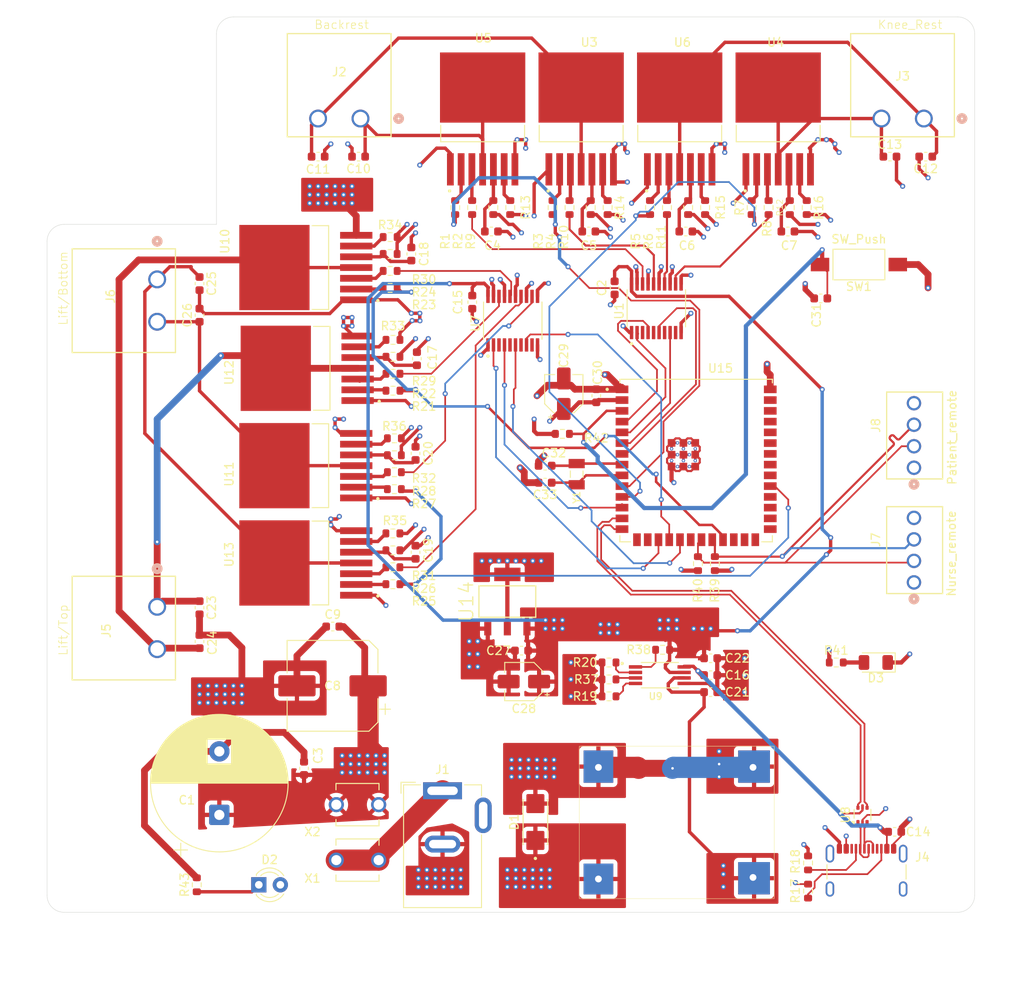
<source format=kicad_pcb>
(kicad_pcb (version 20241229) (generator "pcbnew") (generator_version "9.0")
  (title_block (title "Hospital Bed Controller") (date "2025-09-19") (rev "VER 1.0.0") (company "EDIC") (comment 1 "with outlets for PWM, 24V supply with 24V input") (comment 2 "Made by Ronald Amaza"))
  (layers (0 "F.Cu" signal) (4 "In1.Cu" signal) (6 "In2.Cu" signal) (2 "B.Cu" signal) (13 "F.Paste" user) (15 "B.Paste" user) (5 "F.SilkS" user "F.Silkscreen") (7 "B.SilkS" user "B.Silkscreen") (1 "F.Mask" user) (3 "B.Mask" user) (25 "Edge.Cuts" user))
  (net 0 "")
  (net 1 "GND")
  (net 2 "/VBUS")
  (net 3 "/VBUCK")
  (net 4 "/VIN")
  (net 5 "/3V3")
  (net 6 "/24V_BUS")
  (net 7 "GNDPWR")
  (net 8 "Net-(U5-SR)")
  (net 9 "Net-(U3-SR)")
  (net 10 "Net-(U6-SR)")
  (net 11 "/D_P")
  (net 12 "Net-(U4-SR)")
  (net 13 "/D_N")
  (net 14 "Net-(U5-OUT)")
  (net 15 "Net-(U3-OUT)")
  (net 16 "Net-(U6-OUT)")
  (net 17 "Net-(U4-OUT)")
  (net 18 "Net-(U12-SR)")
  (net 19 "Net-(U10-SR)")
  (net 20 "/BTS2_R_PWM")
  (net 21 "/BTS2_L_PWM")
  (net 22 "/BTS1_R_PWM")
  (net 23 "/BTS1_L_PWM")
  (net 24 "/BTS3_L_PWM")
  (net 25 "/BTS3_R_PWM")
  (net 26 "/BTS4_L_PWM")
  (net 27 "/BTS4_R_PWM")
  (net 28 "/SCL")
  (net 29 "/SDA")
  (net 30 "/EN")
  (net 31 "Net-(U13-SR)")
  (net 32 "Net-(U11-SR)")
  (net 33 "Net-(U12-OUT)")
  (net 34 "Net-(U10-OUT)")
  (net 35 "/XTAL_P")
  (net 36 "/XTAL_N")
  (net 37 "Net-(U13-OUT)")
  (net 38 "Net-(U11-OUT)")
  (net 39 "Net-(D3-A)")
  (net 40 "/D+")
  (net 41 "Net-(J1-Pad1)")
  (net 47 "Net-(J4-CC2)")
  (net 48 "Net-(J4-CC1)")
  (net 50 "/EN1")
  (net 51 "Net-(U5-IN)")
  (net 52 "Net-(U5-INH)")
  (net 53 "/JNOUT1")
  (net 54 "Net-(U3-IN)")
  (net 55 "Net-(U3-INH)")
  (net 56 "/JNOUT2")
  (net 57 "Net-(U6-IN)")
  (net 58 "/D-")
  (net 59 "/EN2")
  (net 60 "Net-(U6-INH)")
  (net 61 "/JNOUT3")
  (net 62 "Net-(U4-IN)")
  (net 63 "/JNOUT4")
  (net 64 "Net-(U4-INH)")
  (net 65 "Net-(U5-IS)")
  (net 66 "Net-(U3-IS)")
  (net 67 "Net-(U6-IS)")
  (net 68 "Net-(U4-IS)")
  (net 69 "Net-(U9-ILIM)")
  (net 70 "Net-(U9-~{EN})")
  (net 71 "/EN3")
  (net 72 "Net-(U12-IN)")
  (net 73 "/JNOUT5")
  (net 74 "Net-(U12-INH)")
  (net 75 "Net-(U10-IN)")
  (net 76 "Net-(U10-INH)")
  (net 77 "/JNOUT6")
  (net 78 "Net-(U13-IN)")
  (net 79 "/EN4")
  (net 80 "Net-(U13-INH)")
  (net 81 "/JNOUT7")
  (net 82 "Net-(U11-IN)")
  (net 83 "/JNOUT8")
  (net 84 "Net-(U11-INH)")
  (net 85 "Net-(U12-IS)")
  (net 86 "Net-(U10-IS)")
  (net 87 "Net-(U13-IS)")
  (net 88 "Net-(U11-IS)")
  (net 89 "Net-(U9-VSNS)")
  (net 90 "Net-(U9-STAT)")
  (net 106 "unconnected-(U15-IO1-Pad39)")
  (net 117 "Net-(D2-K)")
  (footprint "Resistor_SMD:R_0603_1608Metric" (layer "F.Cu") (at 125.825 91.5 180)
    (property "Reference" "R26")
    (property "Value" "1K")
  )
  (footprint "custom_footprints:CONN04_1718560004_MOL" (layer "F.Cu") (at 187.336286 79.743713 90)
    (property "Reference" "J8")
    (property "Value" "Patient_remote")
  )
  (footprint "custom_footprints:CONN04_1718560004_MOL" (layer "F.Cu") (at 187.336286 93.283713 90)
    (property "Reference" "J7")
    (property "Value" "Nurse_remote")
  )
  (footprint "Capacitor_SMD:C_0603_1608Metric" (layer "F.Cu") (at 176.336286 59.743713 180)
    (property "Reference" "C31")
    (property "Value" "0.1uF")
  )
  (footprint "Resistor_SMD:R_0603_1608Metric" (layer "F.Cu") (at 160.68 49.015 90)
    (property "Reference" "R11")
    (property "Value" "1K")
  )
  (footprint "custom_footprints:SOT230" (layer "F.Cu") (at 139.336286 95.543313 90)
    (property "Reference" "U14")
    (property "Value" "LM1117-3.3")
  )
  (footprint "Resistor_SMD:R_0603_1608Metric" (layer "F.Cu") (at 126 76.27)
    (property "Reference" "R36")
    (property "Value" "1K")
  )
  (footprint "Resistor_SMD:R_0603_1608Metric" (layer "F.Cu") (at 151.336286 104.743713 180)
    (property "Reference" "R37")
    (property "Value" "20K")
  )
  (footprint "Capacitor_SMD:C_0603_1608Metric" (layer "F.Cu") (at 163.336286 102.243713 180)
    (property "Reference" "C22")
    (property "Value" "4.7uF")
  )
  (footprint "Capacitor_SMD:C_0603_1608Metric" (layer "F.Cu") (at 128.5 78.045 90)
    (property "Reference" "C20")
    (property "Value" "100pF")
  )
  (footprint "Connector_BarrelJack:BarrelJack_GCT_DCJ200-10-A_Horizontal" (layer "F.Cu") (at 131.686286 117.893713)
    (property "Reference" "J1")
    (property "Value" "Barrel_Jack_MountingPin")
  )
  (footprint "LED_SMD:LED_1206_3216Metric" (layer "F.Cu") (at 182.836286 102.743713 180)
    (property "Reference" "D3")
    (property "Value" "LED")
  )
  (footprint "Package_TO_SOT_SMD:SOT-666" (layer "F.Cu") (at 181.261286 120.743713 90)
    (property "Reference" "U8")
    (property "Value" "USBLC6-2P6")
  )
  (footprint "Resistor_SMD:R_0603_1608Metric" (layer "F.Cu") (at 137.68 49.015 90)
    (property "Reference" "R9")
    (property "Value" "1K")
  )
  (footprint "Resistor_SMD:R_0603_1608Metric" (layer "F.Cu") (at 126 82.27 180)
    (property "Reference" "R27")
    (property "Value" "1K")
  )
  (footprint "Resistor_SMD:R_0603_1608Metric" (layer "F.Cu") (at 139.68 49.015 90)
    (property "Reference" "R13")
    (property "Value" "1K")
  )
  (footprint "Resistor_SMD:R_0603_1608Metric" (layer "F.Cu") (at 151.18 49.015 -90)
    (property "Reference" "R14")
    (property "Value" "1K")
  )
  (footprint "Capacitor_SMD:C_0603_1608Metric" (layer "F.Cu") (at 143.796286 81.503713 180)
    (property "Reference" "C33")
    (property "Value" "22pF")
  )
  (footprint "Capacitor_SMD:C_0603_1608Metric" (layer "F.Cu") (at 152 58.5 90)
    (property "Reference" "C2")
    (property "Value" "100pF")
  )
  (footprint "Capacitor_SMD:C_0603_1608Metric" (layer "F.Cu") (at 103 100.275 90)
    (property "Reference" "C24")
    (property "Value" "100pF")
  )
  (footprint "custom_footprints:DIOM5336X250N" (layer "F.Cu") (at 142.646286 121.583713 90)
    (property "Reference" "D1")
    (property "Value" "SMBJ33A-13-F")
  )
  (footprint "Capacitor_SMD:C_0603_1608Metric" (layer "F.Cu") (at 103 61.725 90)
    (property "Reference" "C26")
    (property "Value" "100pF")
  )
  (footprint "custom_footprints:BAT_BK-6002" (layer "F.Cu") (at 121.646286 126.083713 180)
    (property "Reference" "X1")
    (property "Value" "BK-6002")
  )
  (footprint "Capacitor_SMD:C_0603_1608Metric" (layer "F.Cu") (at 117 43)
    (property "Reference" "C11")
    (property "Value" "100pF")
  )
  (footprint "Resistor_SMD:R_0603_1608Metric" (layer "F.Cu") (at 151.336286 102.743713)
    (property "Reference" "R20")
    (property "Value" "100K")
  )
  (footprint "Resistor_SMD:R_0603_1608Metric" (layer "F.Cu") (at 125.835 70.64 180)
    (property "Reference" "R21")
    (property "Value" "1K")
  )
  (footprint "custom_footprints:CONN_395224002_MOL" (layer "F.Cu") (at 188.5 38.5 180)
    (property "Reference" "J3")
    (property "Value" "1757242")
  )
  (footprint "Resistor_SMD:R_0603_1608Metric" (layer "F.Cu") (at 125.825 93.5 180)
    (property "Reference" "R25")
    (property "Value" "1K")
  )
  (footprint "MountingHole:MountingHole_2.1mm" (layer "F.Cu") (at 190.836286 129.743713)
    (property "Reference" "REF4")
    (property "Value" "MountingHole_2.1mm")
  )
  (footprint "Resistor_SMD:R_0603_1608Metric" (layer "F.Cu") (at 133.18 49.015 90)
    (property "Reference" "R1")
    (property "Value" "1K")
  )
  (footprint "Capacitor_SMD:CP_Elec_4x5.4" (layer "F.Cu") (at 146 71 90)
    (property "Reference" "C29")
    (property "Value" "16V/10uF")
  )
  (footprint "Resistor_SMD:R_0603_1608Metric" (layer "F.Cu") (at 149.18 49.015 90)
    (property "Reference" "R10")
    (property "Value" "1K")
  )
  (footprint "custom_footprints:DPAK127P1490X440-8N" (layer "F.Cu") (at 115.55 90.99 180)
    (property "Reference" "U13")
    (property "Value" "BTS7960B")
  )
  (footprint "Capacitor_SMD:C_0603_1608Metric" (layer "F.Cu") (at 149.836286 71.243713 -90)
    (property "Reference" "C30")
    (property "Value" "0.1uF")
  )
  (footprint "custom_footprints:XTAL_ABS07-32.768KHZ-T" (layer "F.Cu") (at 147.521286 80.503713 -90)
    (property "Reference" "Y1")
    (property "Value" "ABS07-32.768KHZ-T")
  )
  (footprint "custom_footprints:XL1509 DC-DC Step Down Buck Power Supply Module" (layer "F.Cu") (at 173.336286 137.131213 90)
    (property "Reference" "U2" (hide yes))
    (property "Value" "~" (hide yes))
  )
  (footprint "Resistor_SMD:R_0603_1608Metric" (layer "F.Cu") (at 156.18 49.015 90)
    (property "Reference" "R5")
    (property "Value" "1K")
  )
  (footprint "custom_footprints:DPAK127P1490X440-8N" (layer "F.Cu") (at 136.42 38.55 90)
    (property "Reference" "U5")
    (property "Value" "BTS7960B")
  )
  (footprint "Resistor_SMD:R_0603_1608Metric" (layer "F.Cu") (at 126 78.27 180)
    (property "Reference" "R32")
    (property "Value" "1K")
  )
  (footprint "Resistor_SMD:R_0603_1608Metric" (layer "F.Cu") (at 161.836286 91.068713 -90)
    (property "Reference" "R39")
    (property "Value" "4.7K")
  )
  (footprint "Capacitor_SMD:C_0603_1608Metric" (layer "F.Cu") (at 163.336286 104.243713 180)
    (property "Reference" "C16")
    (property "Value" "1uF")
  )
  (footprint "Capacitor_SMD:C_0603_1608Metric" (layer "F.Cu") (at 188.725 43 180)
    (property "Reference" "C12")
    (property "Value" "100pF")
  )
  (footprint "Resistor_SMD:R_0603_1608Metric" (layer "F.Cu") (at 172.68 49.015 90)
    (property "Reference" "R12")
    (property "Value" "1K")
  )
  (footprint "Resistor_SMD:R_0603_1608Metric" (layer "F.Cu") (at 151.336286 106.743713)
    (property "Reference" "R19")
    (property "Value" "1K")
  )
  (footprint "custom_footprints:DPAK127P1490X440-8N" (layer "F.Cu") (at 171.31 38.55 90)
    (property "Reference" "U4")
    (property "Value" "BTS7960B")
  )
  (footprint "Resistor_SMD:R_0603_1608Metric" (layer "F.Cu") (at 125.5 52.5)
    (property "Reference" "R34")
    (property "Value" "1K")
  )
  (footprint "custom_footprints:XCVR_ESP32-S3-WROOM-1U-N16R8" (layer "F.Cu") (at 161.621286 78.893713)
    (property "Reference" "U15")
    (property "Value" "ESP32-S3-WROOM-1U-N16R8")
  )
  (footprint "custom_footprints:CONN_395224002_MOL" (layer "F.Cu") (at 98 57.4962 -90)
    (property "Reference" "J6")
    (property "Value" "1757242")
  )
  (footprint "Resistor_SMD:R_0603_1608Metric" (layer "F.Cu") (at 126 80.27 180)
    (property "Reference" "R28")
    (property "Value" "1K")
  )
  (footprint "Capacitor_SMD:C_0603_1608Metric" (layer "F.Cu") (at 128 54.5 90)
    (property "Reference" "C18")
    (property "Value" "100pF")
  )
  (footprint "custom_footprints:DPAK127P1490X440-8N" (layer "F.Cu") (at 115.71 68 180)
    (property "Reference" "U12")
    (property "Value" "BTS7960B")
  )
  (footprint "Resistor_SMD:R_0603_1608Metric" (layer "F.Cu") (at 157.661286 101.243713)
    (property "Reference" "R38")
    (property "Value" "100K")
  )
  (footprint "Resistor_SMD:R_0603_1608Metric" (layer "F.Cu") (at 125.5 58.5 180)
    (property "Reference" "R23")
    (property "Value" "1K")
  )
  (footprint "Resistor_SMD:R_0603_1608Metric" (layer "F.Cu") (at 145.836286 75.743713 180)
    (property "Reference" "R42")
    (property "Value" "10K")
  )
  (footprint "Resistor_SMD:R_0603_1608Metric" (layer "F.Cu") (at 125.5 56.5 180)
    (property "Reference" "R24")
    (property "Value" "1K")
  )
  (footprint "Resistor_SMD:R_0603_1608Metric" (layer "F.Cu") (at 174.68 49.015 -90)
    (property "Reference" "R16")
    (property "Value" "1K")
  )
  (footprint "Capacitor_SMD:C_0603_1608Metric" (layer "F.Cu") (at 184.5 43)
    (property "Reference" "C13")
    (property "Value" "100pF")
  )
  (footprint "custom_footprints:BAT_BK-6002" (layer "F.Cu") (at 121.646286 119.533713 180)
    (property "Reference" "X2")
    (property "Value" "BK-6002")
  )
  (footprint "custom_footprints:CONN_395224002_MOL" (layer "F.Cu") (at 98 96.1665 -90)
    (property "Reference" "J5")
    (property "Value" "1757242")
  )
  (footprint "Capacitor_THT:CP_Radial_D16.0mm_P7.50mm" (layer "F.Cu") (at 105.336286 120.743713 90)
    (property "Reference" "C1")
    (property "Value" "2200uF")
  )
  (footprint "Resistor_SMD:R_0603_1608Metric" (layer "F.Cu") (at 163.836286 91.068713 90)
    (property "Reference" "R40")
    (property "Value" "4.7K")
  )
  (footprint "MountingHole:MountingHole_2.1mm" (layer "F.Cu") (at 107.5 29)
    (property "Reference" "REF2")
    (property "Value" "MountingHole_2.1mm")
  )
  (footprint "Resistor_SMD:R_0603_1608Metric" (layer "F.Cu") (at 125.5 54.5 180)
    (property "Reference" "R30")
    (property "Value" "1K")
  )
  (footprint "Capacitor_SMD:C_0603_1608Metric" (layer "F.Cu") (at 103 57.99 -90)
    (property "Reference" "C25")
    (property "Value" "100pF")
  )
  (footprint "Capacitor_SMD:C_0603_1608Metric" (layer "F.Cu") (at 148.955 51.84)
    (property "Reference" "C5")
    (property "Value" "100pF")
  )
  (footprint "Capacitor_SMD:CP_Elec_10x10.5" (layer "F.Cu") (at 118.7 105.5 180)
    (property "Reference" "C8")
    (property "Value" "470uF")
  )
  (footprint "Capacitor_SMD:C_0603_1608Metric" (layer "F.Cu") (at 141.011286 101.342913)
    (property "Reference" "C27")
    (property "Value" "0.1uF")
  )
  (footprint "Capacitor_SMD:C_0603_1608Metric" (layer "F.Cu") (at 160.405 51.84)
    (property "Reference" "C6")
    (property "Value" "100pF")
  )
  (footprint "custom_footprints:SOP65P640X120-20N" (layer "F.Cu") (at 156.925 60.91 90)
    (property "Reference" "U1")
    (property "Value" "SN74HC244PWR")
  )
  (footprint "Resistor_SMD:R_0603_1608Metric" (layer "F.Cu") (at 125.835 68.64 180)
    (property "Reference" "R22")
    (property "Value" "1K")
  )
  (footprint "Resistor_SMD:R_0603_1608Metric" (layer "F.Cu") (at 102.675 129 90)
    (property "Reference" "R43")
    (property "Value" "2.2K")
  )
  (footprint "custom_footprints:DPAK127P1490X440-8N" (layer "F.Cu") (at 115.55 56.1 180)
    (property "Reference" "U10")
    (property "Value" "BTS7960B")
  )
  (footprint "Capacitor_SMD:C_0603_1608Metric" (layer "F.Cu") (at 128.66 66.865 90)
    (property "Reference" "C17")
    (property "Value" "100pF")
  )
  (footprint "MountingHole:MountingHole_2.1mm" (layer "F.Cu") (at 87.5 129.743713)
    (property "Reference" "REF3")
    (property "Value" "MountingHole_2.1mm")
  )
  (footprint "Capacitor_SMD:C_0603_1608Metric" (layer "F.Cu") (at 163.336286 106.243713 180)
    (property "Reference" "C21")
    (property "Value" "1uF")
  )
  (footprint "Resistor_SMD:R_0603_1608Metric" (layer "F.Cu") (at 144.68 49.015 90)
    (property "Reference" "R3")
    (property "Value" "1K")
  )
  (footprint "Capacitor_SMD:C_0603_1608Metric" (layer "F.Cu") (at 128.5 89.725 90)
    (property "Reference" "C19")
    (property "Value" "100pF")
  )
  (footprint "Resistor_SMD:R_0603_1608Metric" (layer "F.Cu") (at 146.68 49.015 90)
    (property "Reference" "R4")
    (property "Value" "1K")
  )
  (footprint "Resistor_SMD:R_0603_1608Metric" (layer "F.Cu") (at 162.68 49.015 90)
    (property "Reference" "R15")
    (property "Value" "1K")
  )
  (footprint "NetTie:NetTie-2_SMD_Pad2.0mm" (layer "F.Cu") (at 156.836286 115.243713)
    (property "Reference" "NT1" (hide yes))
    (property "Value" "NetTie_2" (hide yes))
  )
  (footprint "Resistor_SMD:R_0603_1608Metric" (layer "F.Cu") (at 125.835 64.64 180)
    (property "Reference" "R33")
    (property "Value" "1K")
  )
  (footprint "Resistor_SMD:R_0603_1608Metric" (layer "F.Cu") (at 158.18 49.015 90)
    (property "Reference" "R6")
    (property "Value" "1K")
  )
  (footprint "Connector_USB:USB_C_Receptacle_GCT_USB4105-xx-A_16P_TopMnt_Horizontal" (layer "F.Cu") (at 181.736286 128.423713)
    (property "Reference" "J4")
    (property "Value" "USB_C_Receptacle_USB2.0_16P")
  )
  (footprint "Resistor_SMD:R_0603_1608Metric" (layer "F.Cu") (at 178.161286 102.743713)
    (property "Reference" "R41")
    (property "Value" "1K")
  )
  (footprint "custom_footprints:DPAK127P1490X440-8N" (layer "F.Cu") (at 115.55 79.5 180)
    (property "Reference" "U11")
    (property "Value" "BTS7960B")
  )
  (footprint "Resistor_SMD:R_0603_1608Metric" (layer "F.Cu") (at 174.836286 129.743713 90)
    (property "Reference" "R17")
    (property "Value" "5.1K")
  )
  (footprint "MountingHole:MountingHole_2.1mm" (layer "F.Cu") (at 190.836286 51.743713)
    (property "Reference" "REF2")
    (property "Value" "MountingHole_2.1mm")
  )
  (footprint "custom_footprints:DPAK127P1490X440-8N" (layer "F.Cu") (at 159.68 38.55 90)
    (property "Reference" "U6")
    (property "Value" "BTS7960B")
  )
  (footprint "Resistor_SMD:R_0603_1608Metric" (layer "F.Cu") (at 135.18 49.015 90)
    (property "Reference" "R2")
    (property "Value" "1K")
  )
  (footprint "custom_footprints:CONN_395224002_MOL" (layer "F.Cu") (at 122 38.5 180)
    (property "Reference" "J2")
    (property "Value" "1757242")
  )
  (footprint "Capacitor_SMD:C_0603_1608Metric" (layer "F.Cu") (at 135.195 60.185 90)
    (property "Reference" "C15")
    (property "Value" "100pF")
  )
  (footprint "LED_THT:LED_D3.0mm" (layer "F.Cu") (at 110 129)
    (property "Reference" "D2")
    (property "Value" "LED")
  )
  (footprint "Capacitor_SMD:C_0603_1608Metric" (layer "F.Cu") (at 118.725 98.5)
    (property "Reference" "C9")
    (property "Value" "0.1uF")
  )
  (footprint "Capacitor_SMD:C_0603_1608Metric" (layer "F.Cu") (at 185.061286 122.743713)
    (property "Reference" "C14")
    (property "Value" "0.1uF")
  )
  (footprint "Resistor_SMD:R_0603_1608Metric" (layer "F.Cu") (at 125.835 66.64 180)
    (property "Reference" "R29")
    (property "Value" "1K")
  )
  (footprint "Capacitor_SMD:C_0603_1608Metric" (layer "F.Cu") (at 121.775 43 180)
    (property "Reference" "C10")
    (property "Value" "100pF")
  )
  (footprint "Button_Switch_SMD:SW_SPST_FSMSM" (layer "F.Cu") (at 180.836286 55.743713 180)
    (property "Reference" "SW1")
    (property "Value" "SW_Push")
  )
  (footprint "Resistor_SMD:R_0603_1608Metric" (layer "F.Cu") (at 125.825 87.5 180)
    (property "Reference" "R35")
    (property "Value" "1K")
  )
  (footprint "Capacitor_SMD:CP_Elec_4x5.4" (layer "F.Cu") (at 141.286286 105 180)
    (property "Reference" "C28")
    (property "Value" "16V/10uF")
  )
  (footprint "Resistor_SMD:R_0603_1608Metric" (layer "F.Cu") (at 125.825 89.5 180)
    (property "Reference" "R31")
    (property "Value" "1K")
  )
  (footprint "Capacitor_SMD:C_0603_1608Metric" (layer "F.Cu") (at 103 96.275 -90)
    (property "Reference" "C23")
    (property "Value" "100pF")
  )
  (footprint "Resistor_SMD:R_0603_1608Metric" (layer "F.Cu") (at 174.836286 126.418713 90)
    (property "Reference" "R18")
    (property "Value" "5.1K")
  )
  (footprint "custom_footprints:SOP65P640X120-20N" (layer "F.Cu") (at 139.975 62.37 90)
    (property "Reference" "U7")
    (property "Value" "SN74HC244PWR")
  )
  (footprint "Capacitor_SMD:C_0603_1608Metric" (layer "F.Cu") (at 172.455 51.84)
    (property "Reference" "C7")
    (property "Value" "100pF")
  )
  (footprint "Resistor_SMD:R_0603_1608Metric" (layer "F.Cu") (at 168.18 49.015 90)
    (property "Reference" "R7")
    (property "Value" "1K")
  )
  (footprint "Capacitor_SMD:C_0603_1608Metric" (layer "F.Cu") (at 115.336286 115.243713 -90)
    (property "Reference" "C3")
    (property "Value" "1uF")
  )
  (footprint "Capacitor_SMD:C_0603_1608Metric" (layer "F.Cu") (at 137.455 51.84)
    (property "Reference" "C4")
    (property "Value" "100pF")
  )
  (footprint "Capacitor_SMD:C_0603_1608Metric" (layer "F.Cu") (at 143.796286 79.503713 180)
    (property "Reference" "C32")
    (property "Value" "22pF")
  )
  (footprint "Resistor_SMD:R_0603_1608Metric" (layer "F.Cu") (at 170.18 49.015 90)
    (property "Reference" "R8")
    (property "Value" "1K")
  )
  (footprint "custom_footprints:SOP65P640X120-8N" (layer "F.Cu") (at 157.336286 104.243713)
    (property "Reference" "U9")
    (property "Value" "TPS2113APW")
  )
  (footprint "custom_footprints:DPAK127P1490X440-8N" (layer "F.Cu") (at 148.05 38.55 90)
    (property "Reference" "U3")
    (property "Value" "BTS7960B")
  )
  (gr_arc (start 85 53) (mid 85.585786 51.585786) (end 87 51) (stroke (width 0.05)) (layer "Edge.Cuts"))
  (gr_line (start 194.5 28.5) (end 194.5 130.243713) (stroke (width 0.05)) (layer "Edge.Cuts"))
  (gr_arc (start 105 28.5) (mid 105.585786 27.085786) (end 107 26.5) (stroke (width 0.05)) (layer "Edge.Cuts"))
  (gr_line (start 192.5 26.5) (end 107 26.5) (stroke (width 0.05)) (layer "Edge.Cuts"))
  (gr_arc (start 87 132.243713) (mid 85.585786 131.657927) (end 85 130.243713) (stroke (width 0.05)) (layer "Edge.Cuts"))
  (gr_line (start 105 51) (end 105 28.5) (stroke (width 0.05)) (layer "Edge.Cuts"))
  (gr_line (start 87 51) (end 105 51) (stroke (width 0.05)) (layer "Edge.Cuts"))
  (gr_arc (start 194.5 130.243713) (mid 193.914214 131.657927) (end 192.5 132.243713) (stroke (width 0.05)) (layer "Edge.Cuts"))
  (gr_line (start 192.5 132.243713) (end 87 132.243713) (stroke (width 0.05)) (layer "Edge.Cuts"))
  (gr_arc (start 192.5 26.5) (mid 193.914214 27.085786) (end 194.5 28.5) (stroke (width 0.05)) (layer "Edge.Cuts"))
  (gr_line (start 85 130.243713) (end 85 53) (stroke (width 0.05)) (layer "Edge.Cuts"))
  (gr_text "Backrest" (at 116.5 28 0) (layer "F.SilkS") (effects (font (size 1 1) (thickness 0.1)) (justify left bottom)))
  (gr_text "Lift/Bottom" (at 87.5 63 90) (layer "F.SilkS") (effects (font (size 1 1) (thickness 0.1)) (justify left bottom)))
  (gr_text "Lift/Top" (at 87.5 102 90) (layer "F.SilkS") (effects (font (size 1 1) (thickness 0.1)) (justify left bottom)))
  (gr_text "Knee_Rest" (at 183 28 0) (layer "F.SilkS") (effects (font (size 1 1) (thickness 0.1)) (justify left bottom)))
  (segment (start 189 58.5) (end 189 56.907427) (width 0.8) (layer "F.Cu") (net 1))
  (segment (start 139 58.155) (end 139 59.5) (width 0.4) (layer "F.Cu") (net 1))
  (segment (start 160.821286 79.603713) (end 161.521286 79.603713) (width 0.3) (layer "F.Cu") (net 1))
  (segment (start 142.9 65.24) (end 142.9 66.665) (width 0.4) (layer "F.Cu") (net 1))
  (segment (start 158.195286 77.285836) (end 158.195286 77.72159) (width 0.25) (layer "F.Cu") (net 1))
  (segment (start 159.639163 80.129713) (end 160.121286 79.64759) (width 0.25) (layer "F.Cu") (net 1))
  (segment (start 158.721286 78.203713) (end 158.677409 78.203713) (width 0.25) (layer "F.Cu") (net 1))
  (segment (start 141.6 58.555) (end 142.195 57.96) (width 0.4) (layer "F.Cu") (net 1))
  (segment (start 161.521286 78.903713) (end 161.521286 78.203713) (width 0.3) (layer "F.Cu") (net 1))
  (segment (start 152 60) (end 151.5 60.5) (width 0.4) (layer "F.Cu") (net 1))
  (segment (start 184.936286 124.143713) (end 185.836286 123.243713) (width 0.2) (layer "F.Cu") (net 1))
  (segment (start 135.195 61.96) (end 135.695 62.46) (width 0.4) (layer "F.Cu") (net 1))
  (segment (start 184.936286 124.743713) (end 184.936286 124.143713) (width 0.2) (layer "F.Cu") (net 1))
  (segment (start 185.836286 122.243713) (end 186.836286 121.243713) (width 0.635) (layer "F.Cu") (net 1))
  (segment (start 185.836286 122.743713) (end 185.836286 122.243713) (width 0.2) (layer "F.Cu") (net 1))
  (segment (start 160 57) (end 159.85 57.15) (width 0.4) (layer "F.Cu") (net 1))
  (segment (start 142.9 58.755) (end 142.9 59.5) (width 0.4) (layer "F.Cu") (net 1))
  (segment (start 140.3 58.355) (end 140.3 59.5) (width 0.4) (layer "F.Cu") (net 1))
  (segment (start 178.536286 124.743713) (end 178.536286 123.943713) (width 0.4) (layer "F.Cu") (net 1))
  (segment (start 160.121286 77.503713) (end 160.121286 76.803713) (width 0.3) (layer "F.Cu") (net 1))
  (segment (start 158.677409 76.803713) (end 158.195286 77.285836) (width 0.25) (layer "F.Cu") (net 1))
  (segment (start 158.721286 79.603713) (end 158.721286 79.64759) (width 0.25) (layer "F.Cu") (net 1))
  (segment (start 161.521286 79.64759) (end 161.521286 79.603713) (width 0.25) (layer "F.Cu") (net 1))
  (segment (start 154 63.78) (end 153.78 63.78) (width 0.4) (layer "F.Cu") (net 1))
  (segment (start 151.131286 68.743713) (end 152.871286 70.483713) (width 0.8) (layer "F.Cu") (net 1))
  (segment (start 160.121286 76.803713) (end 160.121286 76.759836) (width 0.25) (layer "F.Cu") (net 1))
  (segment (start 159.85 57.15) (end 159.85 58.04) (width 0.4) (layer "F.Cu") (net 1))
  (segment (start 158.805 56.695) (end 158.55 56.95) (width 0.4) (layer "F.Cu") (net 1))
  (segment (start 152.836286 70.243713) (end 152.611286 70.468713) (width 0.8) (layer "F.Cu") (net 1))
  (segment (start 161.565163 79.603713) (end 162.047286 79.12159) (width 0.25) (layer "F.Cu") (net 1))
  (segment (start 161.521286 76.759836) (end 161.521286 76.803713) (width 0.25) (layer "F.Cu") (net 1))
  (segment (start 143.674265 78.325735) (end 143.021286 78.978714) (width 0.8) (layer "F.Cu") (net 1))
  (segment (start 185.836286 102.743713) (end 186.836286 101.743713) (width 0.5) (layer "F.Cu") (net 1))
  (segment (start 170 67.5) (end 170 68.407427) (width 0.8) (layer "F.Cu") (net 1))
  (segment (start 143.695 57.96) (end 142.9 58.755) (width 0.4) (layer "F.Cu") (net 1))
  (segment (start 160.821286 78.203713) (end 160.121286 78.203713) (width 0.3) (layer "F.Cu") (net 1))
  (segment (start 152.871286 70.278713) (end 152.836286 70.243713) (width 0.8) (layer "F.Cu") (net 1))
  (segment (start 158.195286 79.12159) (end 158.677409 79.603713) (width 0.25) (layer "F.Cu") (net 1))
  (segment (start 141.6 59.5) (end 141.6 58.555) (width 0.4) (layer "F.Cu") (net 1))
  (segment (start 173.511286 128.918713) (end 173.336286 128.743713) (width 0.2) (layer "F.Cu") (net 1))
  (segment (start 160.206286 105.218713) (end 163.086286 105.218713) (width 0.4) (layer "F.Cu") (net 1))
  (segment (start 157.5 56) (end 157.5 56.5) (width 0.4) (layer "F.Cu") (net 1))
  (segment (start 158.195286 77.72159) (end 158.677409 78.203713) (width 0.25) (layer "F.Cu") (net 1))
  (segment (start 152 59.275) (end 152 60) (width 0.4) (layer "F.Cu") (net 1))
  (segment (start 158.721286 79.64759) (end 159.203409 80.129713) (width 0.25) (layer "F.Cu") (net 1))
  (segment (start 153.78 63.78) (end 153 63) (width 0.4) (layer "F.Cu") (net 1))
  (segment (start 160.121286 78.903713) (end 160.121286 78.203713) (width 0.3) (layer "F.Cu") (net 1))
  (segment (start 157.5 56.5) (end 157.25 56.75) (width 0.4) (layer "F.Cu") (net 1))
  (segment (start 160.121286 79.64759) (end 160.603409 80.129713) (width 0.25) (layer "F.Cu") (net 1))
  (segment (start 174.5 58) (end 174.5 58.682427) (width 0.635) (layer "F.Cu") (net 1))
  (segment (start 170 68.407427) (end 170.371286 68.778713) (width 0.8) (layer "F.Cu") (net 1))
  (segment (start 146.836286 70.003713) (end 144.076286 70.003713) (width 0.8) (layer "F.Cu") (net 1))
  (segment (start 137.5 57.5) (end 137.5 58.011058) (width 0.4) (layer "F.Cu") (net 1))
  (segment (start 152.871286 70.483713) (end 152.871286 70.278713) (width 0.8) (layer "F.Cu") (net 1))
  (segment (start 160.821286 76.803713) (end 161.521286 76.803713) (width 0.3) (layer "F.Cu") (net 1))
  (segment (start 159.639163 76.277713) (end 160.121286 76.759836) (width 0.25) (layer "F.Cu") (net 1))
  (segment (start 144.195 57.96) (end 143.695 57.96) (width 0.4) (layer "F.Cu") (net 1))
  (segment (start 159.421286 76.803713) (end 158.721286 76.803713) (width 0.3) (layer "F.Cu") (net 1))
  (segment (start 161.039163 76.277713) (end 161.521286 76.759836) (width 0.25) (layer "F.Cu") (net 1))
  (segment (start 174.836286 124.743713) (end 174.336286 124.243713) (width 0.4) (layer "F.Cu") (net 1))
  (segment (start 184 120) (end 183.256287 120.743713) (width 0.2) (layer "F.Cu") (net 1))
  (segment (start 140.5 58.155) (end 140.3 58.355) (width 0.4) (layer "F.Cu") (net 1))
  (segment (start 150.836286 68.743713) (end 151.131286 68.743713) (width 0.8) (layer "F.Cu") (net 1))
  (segment (start 158.721286 79.603713) (end 158.721286 81.221286) (width 0.5) (layer "F.Cu") (net 1))
  (segment (start 174.836286 128.918713) (end 173.511286 128.918713) (width 0.2) (layer "F.Cu") (net 1))
  (segment (start 143.021286 81.503713) (end 141.596286 81.503713) (width 0.8) (layer "F.Cu") (net 1))
  (segment (start 141.596286 81.503713) (end 141.336286 81.243713) (width 0.8) (layer "F.Cu") (net 1))
  (segment (start 174.5 58.682427) (end 175.561286 59.743713) (width 0.635) (layer "F.Cu") (net 1))
  (segment (start 170.371286 68.778713) (end 170.371286 70.483713) (width 0.8) (layer "F.Cu") (net 1))
  (segment (start 137.5 58.011058) (end 137.7 58.211058) (width 0.4) (layer "F.Cu") (net 1))
  (segment (start 152.871286 70.483713) (end 149.851286 70.483713) (width 0.8) (layer "F.Cu") (net 1))
  (segment (start 143.021286 78.978714) (end 143.021286 79.503713) (width 0.8) (layer "F.Cu") (net 1))
  (segment (start 160.603409 76.277713) (end 161.039163 76.277713) (width 0.25) (layer "F.Cu") (net 1))
  (segment (start 161.039163 80.129713) (end 161.521286 79.64759) (width 0.25) (layer "F.Cu") (net 1))
  (segment (start 147.301286 70.468713) (end 146.836286 70.003713) (width 0.8) (layer "F.Cu") (net 1))
  (segment (start 162.047286 77.285836) (end 161.565163 76.803713) (width 0.25) (layer "F.Cu") (net 1))
  (segment (start 154.601 56.251058) (end 154.601 56.601) (width 0.4) (layer "F.Cu") (net 1))
  (segment (start 135.195 60.96) (end 135.195 61.96) (width 0.4) (layer "F.Cu") (net 1))
  (segment (start 137.7 58.211058) (end 137.7 59.5) (width 0.4) (layer "F.Cu") (net 1))
  (segment (start 161.521286 77.503713) (end 161.521286 78.203713) (width 0.3) (layer "F.Cu") (net 1))
  (segment (start 141.336286 80.243713) (end 140.836286 79.743713) (width 0.8) (layer "F.Cu") (net 1))
  (segment (start 160.121286 79.603713) (end 160.121286 79.64759) (width 0.25) (layer "F.Cu") (net 1))
  (segment (start 149.836286 70.468713) (end 147.301286 70.468713) (width 0.8) (layer "F.Cu") (net 1))
  (segment (start 158.55 56.95) (end 158.55 58.04) (width 0.4) (layer "F.Cu") (net 1))
  (segment (start 159.85 63.78) (end 159.85 62.65) (width 0.4) (layer "F.Cu") (net 1))
  (segment (start 142.9 66.665) (end 143.195 66.96) (width 0.4) (layer "F.Cu") (net 1))
  (segment (start 141.336286 81.243713) (end 141.336286 80.243713) (width 0.8) (layer "F.Cu") (net 1))
  (segment (start 137.05 65.24) (end 137.05 65.605) (width 0.4) (layer "F.Cu") (net 1))
  (segment (start 162.047286 78.685836) (end 161.565163 78.203713) (width 0.25) (layer "F.Cu") (net 1))
  (segment (start 163.086286 105.218713) (end 164.111286 106.243713) (width 0.4) (layer "F.Cu") (net 1))
  (segment (start 158.721286 76.803713) (end 158.677409 76.803713) (width 0.25) (layer "F.Cu") (net 1))
  (segment (start 154.5 56) (end 154.5 56.150058) (width 0.4) (layer "F.Cu") (net 1))
  (segment (start 162.047286 77.72159) (end 162.047286 77.285836) (width 0.25) (layer "F.Cu") (net 1))
  (segment (start 138.5 57.655) (end 139 58.155) (width 0.4) (layer "F.Cu") (net 1))
  (segment (start 161.521286 79.603713) (end 161.565163 79.603713) (width 0.25) (layer "F.Cu") (net 1))
  (segment (start 159.85 62.65) (end 161 61.5) (width 0.4) (layer "F.Cu") (net 1))
  (segment (start 161.521286 78.203713) (end 161.565163 78.203713) (width 0.25) (layer "F.Cu") (net 1))
  (segment (start 178.536286 123.943713) (end 176.836286 122.243713) (width 0.4) (layer "F.Cu") (net 1))
  (segment (start 185.836286 123.243713) (end 185.836286 122.743713) (width 0.2) (layer "F.Cu") (net 1))
  (segment (start 138.5 57.5) (end 138.5 57.655) (width 0.4) (layer "F.Cu") (net 1))
  (segment (start 161.565163 76.803713) (end 161.521286 76.803713) (width 0.25) (layer "F.Cu") (net 1))
  (segment (start 158.721286 78.903713) (end 158.721286 79.603713) (width 0.3) (layer "F.Cu") (net 1))
  (segment (start 158.721286 76.759836) (end 159.203409 76.277713) (width 0.25) (layer "F.Cu") (net 1))
  (segment (start 159.421286 79.603713) (end 160.121286 79.603713) (width 0.3) (layer "F.Cu") (net 1))
  (segment (start 154.65 56.65) (end 154.65 58.04) (width 0.4) (layer "F.Cu") (net 1))
  (segment (start 155.95 58.04) (end 155.95 56.55) (width 0.4) (layer "F.Cu") (net 1))
  (segment (start 154.5 56.150058) (end 154.601 56.251058) (width 0.4) (layer "F.Cu") (net 1))
  (segment (start 181.261286 121.320355) (end 181.261286 121.668713) (width 0.2) (layer "F.Cu") (net 1))
  (segment (start 158.721286 76.803713) (end 158.721286 76.759836) (width 0.25) (layer "F.Cu") (net 1))
  (segment (start 158.805 56) (end 158.805 56.695) (width 0.4) (layer "F.Cu") (net 1))
  (segment (start 140.5 57) (end 140.5 58.155) (width 0.4) (layer "F.Cu") (net 1))
  (segment (start 137.05 65.605) (end 136.195 66.46) (width 0.4) (layer "F.Cu") (net 1))
  (segment (start 158.677409 78.203713) (end 158.195286 78.685836) (width 0.25) (layer "F.Cu") (net 1))
  (segment (start 184.236286 102.743713) (end 185.836286 102.743713) (width 0.5) (layer "F.Cu") (net 1))
  (segment (start 174.836286 125.593713) (end 174.836286 124.743713) (width 0.4) (layer "F.Cu") (net 1))
  (segment (start 158.195286 78.685836) (end 158.195286 79.12159) (width 0.25) (layer "F.Cu") (net 1))
  (segment (start 183.256287 120.743713) (end 181.837928 120.743713) (width 0.2) (layer "F.Cu") (net 1))
  (segment (start 157.25 56.75) (end 157.25 58.04) (width 0.4) (layer "F.Cu") (net 1))
  (segment (start 144.076286 70.003713) (end 142.836286 71.243713) (width 0.8) (layer "F.Cu") (net 1))
  (segment (start 149.851286 70.483713) (end 149.836286 70.468713) (width 0.8) (layer "F.Cu") (net 1))
  (segment (start 158.721286 81.221286) (end 159 81.5) (width 0.5) (layer "F.Cu") (net 1))
  (segment (start 154.601 56.601) (end 154.65 56.65) (width 0.4) (layer "F.Cu") (net 1))
  (segment (start 158.721286 77.503713) (end 158.721286 76.803713) (width 0.3) (layer "F.Cu") (net 1))
  (segment (start 161.565163 78.203713) (end 162.047286 77.72159) (width 0.25) (layer "F.Cu") (net 1))
  (segment (start 158.677409 79.603713) (end 158.721286 79.603713) (width 0.25) (layer "F.Cu") (net 1))
  (segment (start 189 56.907427) (end 187.836286 55.743713) (width 0.8) (layer "F.Cu") (net 1))
  (segment (start 159.421286 78.203713) (end 158.721286 78.203713) (width 0.3) (layer "F.Cu") (net 1))
  (segment (start 162.047286 79.12159) (end 162.047286 78.685836) (width 0.25) (layer "F.Cu") (net 1))
  (segment (start 160.121286 76.759836) (end 160.603409 76.277713) (width 0.25) (layer "F.Cu") (net 1))
  (segment (start 161 57) (end 160 57) (width 0.4) (layer "F.Cu") (net 1))
  (segment (start 159.203409 80.129713) (end 159.639163 80.129713) (width 0.25) (layer "F.Cu") (net 1))
  (segment (start 159.203409 76.277713) (end 159.639163 76.277713) (width 0.25) (layer "F.Cu") (net 1))
  (segment (start 160.603409 80.129713) (end 161.039163 80.129713) (width 0.25) (layer "F.Cu") (net 1))
  (segment (start 155.95 56.55) (end 156 56.5) (width 0.4) (layer "F.Cu") (net 1))
  (segment (start 187.836286 55.743713) (end 185.426286 55.743713) (width 0.8) (layer "F.Cu") (net 1))
  (segment (start 181.837928 120.743713) (end 181.261286 121.320355) (width 0.2) (layer "F.Cu") (net 1))
  (via (at 158.836286 115.243713) (size 0.6) (drill 0.3) (layers "F.Cu" "B.Cu") (net 1))
  (via (at 176.836286 122.243713) (size 0.6) (drill 0.3) (layers "F.Cu" "B.Cu") (net 1))
  (via (at 136.195 66.46) (size 0.6) (drill 0.3) (layers "F.Cu" "B.Cu") (net 1))
  (via (at 146.836286 104.743713) (size 0.6) (drill 0.3) (layers "F.Cu" "B.Cu") (net 1))
  (via (at 167.336286 106.243713) (size 0.6) (drill 0.3) (layers "F.Cu" "B.Cu") (net 1))
  (via (at 143.674265 78.325735) (size 0.6) (drill 0.3) (layers "F.Cu" "B.Cu") (net 1))
  (via (at 135.695 62.46) (size 0.6) (drill 0.3) (layers "F.Cu" "B.Cu") (net 1))
  (via (at 158.805 56) (size 0.6) (drill 0.3) (layers "F.Cu" "B.Cu") (net 1))
  (via (at 173.336286 128.743713) (size 0.6) (drill 0.3) (layers "F.Cu" "B.Cu") (net 1))
  (via (at 170 67.5) (size 0.6) (drill 0.3) (layers "F.Cu" "B.Cu") (net 1))
  (via (at 146.836286 106.743713) (size 0.6) (drill 0.3) (layers "F.Cu" "B.Cu") (net 1))
  (via (at 135.836286 100.243713) (size 0.6) (drill 0.3) (layers "F.Cu" "B.Cu") (net 1))
  (via (at 138.5 57.5) (size 0.6) (drill 0.3) (layers "F.Cu" "B.Cu") (net 1))
  (via (at 134.836286 101.743713) (size 0.6) (drill 0.3) (layers "F.Cu" "B.Cu") (net 1))
  (via (at 135.836286 103.243713) (size 0.6) (drill 0.3) (layers "F.Cu" "B.Cu") (net 1))
  (via (at 153 63) (size 0.6) (drill 0.3) (layers "F.Cu" "B.Cu") (net 1))
  (via (at 135.836286 101.743713) (size 0.6) (drill 0.3) (layers "F.Cu" "B.Cu") (net 1))
  (via (at 157.5 56) (size 0.6) (drill 0.3) (layers "F.Cu" "B.Cu") (net 1))
  (via (at 159 81.5) (size 0.6) (drill 0.3) (layers "F.Cu" "B.Cu") (net 1))
  (via (at 161 61.5) (size 0.6) (drill 0.3) (layers "F.Cu" "B.Cu") (net 1))
  (via (at 140.836286 79.743713) (size 0.6) (drill 0.3) (layers "F.Cu" "B.Cu") (net 1))
  (via (at 150.836286 68.743713) (size 0.6) (drill 0.3) (layers "F.Cu" "B.Cu") (net 1))
  (via (at 154.5 56) (size 0.6) (drill 0.3) (layers "F.Cu" "B.Cu") (net 1))
  (via (at 189 58.5) (size 0.6) (drill 0.3) (layers "F.Cu" "B.Cu") (net 1))
  (via (at 164.336286 114.743713) (size 0.6) (drill 0.3) (layers "F.Cu" "B.Cu") (net 1))
  (via (at 137.5 57.5) (size 0.6) (drill 0.3) (layers "F.Cu" "B.Cu") (net 1))
  (via (at 142.836286 71.243713) (size 0.6) (drill 0.3) (layers "F.Cu" "B.Cu") (net 1))
  (via (at 167.336286 102.243713) (size 0.6) (drill 0.3) (layers "F.Cu" "B.Cu") (net 1))
  (via (at 186.836286 121.243713) (size 0.6) (drill 0.3) (layers "F.Cu" "B.Cu") (net 1))
  (via (at 144.195 57.96) (size 0.6) (drill 0.3) (layers "F.Cu" "B.Cu") (net 1))
  (via (at 140.5 57) (size 0.6) (drill 0.3) (layers "F.Cu" "B.Cu") (net 1))
  (via (at 167.336286 104.243713) (size 0.6) (drill 0.3) (layers "F.Cu" "B.Cu") (net 1))
  (via (at 146.836286 102.743713) (size 0.6) (drill 0.3) (layers "F.Cu" "B.Cu") (net 1))
  (via (at 156 56.5) (size 0.6) (drill 0.3) (layers "F.Cu" "B.Cu") (net 1))
  (via (at 174.336286 124.243713) (size 0.6) (drill 0.3) (layers "F.Cu" "B.Cu") (net 1))
  (via (at 134.836286 100.243713) (size 0.6) (drill 0.3) (layers "F.Cu" "B.Cu") (net 1))
  (via (at 143.195 66.96) (size 0.6) (drill 0.3) (layers "F.Cu" "B.Cu") (net 1))
  (via (at 164.336286 116.243713) (size 0.6) (drill 0.3) (layers "F.Cu" "B.Cu") (net 1))
  (via (at 184 120) (size 0.6) (drill 0.3) (layers "F.Cu" "B.Cu") (net 1))
  (via (at 151.5 60.5) (size 0.6) (drill 0.3) (layers "F.Cu" "B.Cu") (net 1))
  (via (at 174.5 58) (size 0.6) (drill 0.3) (layers "F.Cu" "B.Cu") (net 1))
  (via (at 142.195 57.96) (size 0.6) (drill 0.3) (layers "F.Cu" "B.Cu") (net 1))
  (via (at 186.836286 101.743713) (size 0.6) (drill 0.3) (layers "F.Cu" "B.Cu") (net 1))
  (via (at 161 57) (size 0.6) (drill 0.3) (layers "F.Cu" "B.Cu") (net 1))
  (via (at 134.836286 103.243713) (size 0.6) (drill 0.3) (layers "F.Cu" "B.Cu") (net 1))
  (via (at 164.336286 113.243713) (size 0.6) (drill 0.3) (layers "F.Cu" "B.Cu") (net 1))
  (segment (start 158.948786 115.131213) (end 158.836286 115.243713) (width 2.5) (layer "B.Cu") (net 1))
  (segment (start 168.336286 115.131213) (end 158.948786 115.131213) (width 2.5) (layer "B.Cu") (net 1))
  (segment (start 183.836286 122.743713) (end 183.336286 122.243713) (width 0.635) (layer "F.Cu") (net 2))
  (segment (start 161.287786 103.195213) (end 160.206286 103.195213) (width 0.4) (layer "F.Cu") (net 2))
  (segment (start 184.136286 124.743713) (end 184.136286 122.893713) (width 0.2) (layer "F.Cu") (net 2))
  (segment (start 161.836286 103.743713) (end 161.287786 103.195213) (width 0.4) (layer "F.Cu") (net 2))
  (segment (start 184.286286 124.593713) (end 184.136286 124.743713) (width 0.2) (layer "F.Cu") (net 2))
  (segment (start 162.561286 104.243713) (end 162.336286 104.243713) (width 0.635) (layer "F.Cu") (net 2))
  (segment (start 184.286286 122.743713) (end 183.836286 122.743713) (width 0.635) (layer "F.Cu") (net 2))
  (segment (start 179.336286 124.743713) (end 179.336286 123.243713) (width 0.2) (layer "F.Cu") (net 2))
  (segment (start 181.261286 120.202427) (end 180.90329 120.560423) (width 0.25) (layer "F.Cu") (net 2))
  (segment (start 162.336286 104.243713) (end 161.836286 103.743713) (width 0.635) (layer "F.Cu") (net 2))
  (segment (start 181.261286 119.818713) (end 181.261286 120.202427) (width 0.25) (layer "F.Cu") (net 2))
  (segment (start 180.90329 120.560423) (end 178.652996 120.560423) (width 0.25) (layer "F.Cu") (net 2))
  (segment (start 184.136286 122.893713) (end 184.286286 122.743713) (width 0.2) (layer "F.Cu") (net 2))
  (via (at 183.336286 122.243713) (size 0.6) (drill 0.3) (layers "F.Cu" "B.Cu") (net 2))
  (via (at 179.336286 123.243713) (size 0.6) (drill 0.3) (layers "F.Cu" "B.Cu") (net 2))
  (via (at 161.836286 103.743713) (size 0.6) (drill 0.3) (layers "F.Cu" "B.Cu") (net 2))
  (via (at 178.652996 120.560423) (size 0.6) (drill 0.3) (layers "F.Cu" "B.Cu") (net 2))
  (segment (start 178.652996 120.652996) (end 180 122) (width 0.5) (layer "B.Cu") (net 2))
  (segment (start 180 122) (end 183.092573 122) (width 0.5) (layer "B.Cu") (net 2))
  (segment (start 178.652996 120.560423) (end 161.836286 103.743713) (width 0.5) (layer "B.Cu") (net 2))
  (segment (start 183.092573 122) (end 183.336286 122.243713) (width 0.5) (layer "B.Cu") (net 2))
  (segment (start 178.652996 120.560423) (end 178.652996 120.652996) (width 0.5) (layer "B.Cu") (net 2))
  (segment (start 160.836286 109.743713) (end 160.836286 122.743713) (width 0.4) (layer "F.Cu") (net 3))
  (segment (start 160.206286 104.568713) (end 159.011286 104.568713) (width 0.4) (layer "F.Cu") (net 3))
  (segment (start 160.836286 122.743713) (end 164.836286 126.743713) (width 0.4) (layer "F.Cu") (net 3))
  (segment (start 162.561286 108.018713) (end 160.836286 109.743713) (width 0.4) (layer "F.Cu") (net 3))
  (segment (start 158.336286 105.243713) (end 158.336286 105.836286) (width 0.4) (layer "F.Cu") (net 3))
  (segment (start 158.336286 105.836286) (end 158.743713 106.243713) (width 0.4) (layer "F.Cu") (net 3))
  (segment (start 159.011286 104.568713) (end 158.336286 105.243713) (width 0.4) (layer "F.Cu") (net 3))
  (segment (start 162.561286 106.243713) (end 162.561286 108.018713) (width 0.4) (layer "F.Cu") (net 3))
  (segment (start 158.743713 106.243713) (end 162.561286 106.243713) (width 0.4) (layer "F.Cu") (net 3))
  (via (at 164.836286 127.743713) (size 0.6) (drill 0.3) (layers "F.Cu" "B.Cu") (net 3))
  (via (at 164.836286 129.243713) (size 0.6) (drill 0.3) (layers "F.Cu" "B.Cu") (net 3))
  (via (at 164.836286 126.743713) (size 0.6) (drill 0.3) (layers "F.Cu" "B.Cu") (net 3))
  (segment (start 153.5 56) (end 152.5 56) (width 0.4) (layer "F.Cu") (net 4))
  (segment (start 154.581502 59.5) (end 165.5 59.5) (width 0.4) (layer "F.Cu") (net 4))
  (segment (start 154 58.918498) (end 154.581502 59.5) (width 0.4) (layer "F.Cu") (net 4))
  (segment (start 177.5 89.5) (end 177 90) (width 0.4) (layer "F.Cu") (net 4))
  (segment (start 135.195 58.46) (end 135.195 59.41) (width 0.4) (layer "F.Cu") (net 4))
  (segment (start 137.05 59.5) (end 137.05 58.509) (width 0.4) (layer "F.Cu") (net 4))
  (segment (start 154 58.04) (end 154 56.5) (width 0.4) (layer "F.Cu") (net 4))
  (segment (start 137.05 58.509) (end 137.099 58.46) (width 0.4) (layer "F.Cu") (net 4))
  (segment (start 152 56.5) (end 152 57.725) (width 0.4) (layer "F.Cu") (net 4))
  (segment (start 158 103.407427) (end 158 103) (width 0.4) (layer "F.Cu") (net 4))
  (segment (start 136.559 58) (end 136.599 57.96) (width 0.4) (layer "F.Cu") (net 4))
  (segment (start 166.5 99) (end 163.592573 99) (width 0.4) (layer "F.Cu") (net 4))
  (segment (start 160.206286 103.918713) (end 158.511286 103.918713) (width 0.4) (layer "F.Cu") (net 4))
  (segment (start 158.511286 103.918713) (end 158 103.407427) (width 0.4) (layer "F.Cu") (net 4))
  (segment (start 132.5 58) (end 136.559 58) (width 0.4) (layer "F.Cu") (net 4))
  (segment (start 136.599 57.96) (end 135.695 57.96) (width 0.4) (layer "F.Cu") (net 4))
  (segment (start 154 58.04) (end 154 58.918498) (width 0.4) (layer "F.Cu") (net 4))
  (segment (start 137.099 58.46) (end 136.599 57.96) (width 0.4) (layer "F.Cu") (net 4))
  (segment (start 154 56.5) (end 153.5 56) (width 0.4) (layer "F.Cu") (net 4))
  (segment (start 177.5 88) (end 177.5 89.5) (width 0.4) (layer "F.Cu") (net 4))
  (segment (start 163.592573 99) (end 163.336286 98.743713) (width 0.4) (layer "F.Cu") (net 4))
  (segment (start 135.695 57.96) (end 135.195 58.46) (width 0.4) (layer "F.Cu") (net 4))
  (segment (start 158 103) (end 158.486286 102.513714) (width 0.4) (layer "F.Cu") (net 4))
  (segment (start 158.486286 102.513714) (end 158.486286 101.243713) (width 0.4) (layer "F.Cu") (net 4))
  (segment (start 152.5 56) (end 152 56.5) (width 0.4) (layer "F.Cu") (net 4))
  (segment (start 165.5 59.5) (end 176.5 70.5) (width 0.4) (layer "F.Cu") (net 4))
  (via (at 177.5 88) (size 0.6) (drill 0.3) (layers "F.Cu" "B.Cu") (net 4))
  (via (at 144.836286 97.743713) (size 0.6) (drill 0.3) (layers "F.Cu" "B.Cu") (net 4))
  (via (at 176.5 70.5) (size 0.6) (drill 0.3) (layers "F.Cu" "B.Cu") (net 4))
  (via (at 143.836286 97.743713) (size 0.6) (drill 0.3) (layers "F.Cu" "B.Cu") (net 4))
  (via (at 152.336286 99.243713) (size 0.6) (drill 0.3) (layers "F.Cu" "B.Cu") (net 4))
  (via (at 145.836286 98.743713) (size 0.6) (drill 0.3) (layers "F.Cu" "B.Cu") (net 4))
  (via (at 177 90) (size 0.6) (drill 0.3) (layers "F.Cu" "B.Cu") (net 4))
  (via (at 159.336286 98.743713) (size 0.6) (drill 0.3) (layers "F.Cu" "B.Cu") (net 4))
  (via (at 158.336286 98.743713) (size 0.6) (drill 0.3) (layers "F.Cu" "B.Cu") (net 4))
  (via (at 150.336286 99.243713) (size 0.6) (drill 0.3) (layers "F.Cu" "B.Cu") (net 4))
  (via (at 162.336286 98.743713) (size 0.6) (drill 0.3) (layers "F.Cu" "B.Cu") (net 4))
  (via (at 161.336286 98.743713) (size 0.6) (drill 0.3) (layers "F.Cu" "B.Cu") (net 4))
  (via (at 166.5 99) (size 0.6) (drill 0.3) (layers "F.Cu" "B.Cu") (net 4))
  (via (at 132.5 58) (size 0.6) (drill 0.3) (layers "F.Cu" "B.Cu") (net 4))
  (via (at 151.336286 98.243713) (size 0.6) (drill 0.3) (layers "F.Cu" "B.Cu") (net 4))
  (via (at 157.336286 97.743713) (size 0.6) (drill 0.3) (layers "F.Cu" "B.Cu") (net 4))
  (via (at 151.336286 99.243713) (size 0.6) (drill 0.3) (layers "F.Cu" "B.Cu") (net 4))
  (via (at 145.836286 97.743713) (size 0.6) (drill 0.3) (layers "F.Cu" "B.Cu") (net 4))
  (via (at 143.836286 98.743713) (size 0.6) (drill 0.3) (layers "F.Cu" "B.Cu") (net 4))
  (via (at 163.336286 98.743713) (size 0.6) (drill 0.3) (layers "F.Cu" "B.Cu") (net 4))
  (via (at 144.836286 98.743713) (size 0.6) (drill 0.3) (layers "F.Cu" "B.Cu") (net 4))
  (via (at 150.336286 98.243713) (size 0.6) (drill 0.3) (layers "F.Cu" "B.Cu") (net 4))
  (via (at 152.336286 98.243713) (size 0.6) (drill 0.3) (layers "F.Cu" "B.Cu") (net 4))
  (via (at 159.336286 97.743713) (size 0.6) (drill 0.3) (layers "F.Cu" "B.Cu") (net 4))
  (via (at 157.336286 98.743713) (size 0.6) (drill 0.3) (layers "F.Cu" "B.Cu") (net 4))
  (via (at 158.336286 97.743713) (size 0.6) (drill 0.3) (layers "F.Cu" "B.Cu") (net 4))
  (segment (start 131.752349 97.743713) (end 122.899 88.890364) (width 0.4) (layer "B.Cu") (net 4))
  (segment (start 124.650058 58) (end 132.5 58) (width 0.4) (layer "B.Cu") (net 4))
  (segment (start 176.5 87) (end 177.5 88) (width 0.4) (layer "B.Cu") (net 4))
  (segment (start 122.899 59.751058) (end 124.650058 58) (width 0.4) (layer "B.Cu") (net 4))
  (segment (start 168 99) (end 166.5 99) (width 0.4) (layer "B.Cu") (net 4))
  (segment (start 177 90) (end 168 99) (width 0.4) (layer "B.Cu") (net 4))
  (segment (start 122.899 88.890364) (end 122.899 59.751058) (width 0.4) (layer "B.Cu") (net 4))
  (segment (start 143.836286 97.743713) (end 131.752349 97.743713) (width 0.4) (layer "B.Cu") (net 4))
  (segment (start 176.5 70.5) (end 176.5 87) (width 0.4) (layer "B.Cu") (net 4))
  (segment (start 142.5 74) (end 142.5 75.407427) (width 0.5) (layer "F.Cu") (net 5))
  (segment (start 147.821286 72.018713) (end 146.836286 73.003713) (width 0.5) (layer "F.Cu") (net 5))
  (segment (start 139.336286 98.743713) (end 139.336286 92.342913) (width 0.5) (layer "F.Cu") (net 5))
  (segment (start 152.871286 71.753713) (end 150.101286 71.753713) (width 0.5) (layer "F.Cu") (net 5))
  (segment (start 145.011286 75.743713) (end 144.836286 75.743713) (width 0.8) (layer "F.Cu") (net 5))
  (segment (start 163.836286 91.893713) (end 165.686286 91.893713) (width 0.5) (layer "F.Cu") (net 5))
  (segment (start 149.836286 72.018713) (end 147.821286 72.018713) (width 0.5) (layer "F.Cu") (net 5))
  (segment (start 159.986286 91.893713) (end 159.836286 91.743713) (width 0.5) (layer "F.Cu") (net 5))
  (segment (start 142.5 75.407427) (end 142.836286 75.743713) (width 0.5) (layer "F.Cu") (net 5))
  (segment (start 146.836286 73.003713) (end 145.576286 73.003713) (width 0.5) (layer "F.Cu") (net 5))
  (segment (start 165.686286 91.893713) (end 165.836286 91.743713) (width 0.5) (layer "F.Cu") (net 5))
  (segment (start 177.336286 102.743713) (end 177.336286 101.243713) (width 0.5) (layer "F.Cu") (net 5))
  (segment (start 142.836286 75.743713) (end 144.836286 75.743713) (width 0.5) (layer "F.Cu") (net 5))
  (segment (start 150.101286 71.753713) (end 149.836286 72.018713) (width 0.5) (layer "F.Cu") (net 5))
  (segment (start 161.836286 91.893713) (end 159.986286 91.893713) (width 0.5) (layer "F.Cu") (net 5))
  (segment (start 145.576286 73.003713) (end 144.336286 74.243713) (width 0.5) (layer "F.Cu") (net 5))
  (via (at 143.336286 90.743713) (size 0.6) (drill 0.3) (layers "F.Cu" "B.Cu") (net 5))
  (via (at 140.336286 90.743713) (size 0.6) (drill 0.3) (layers "F.Cu" "B.Cu") (net 5))
  (via (at 144.336286 74.243713) (size 0.6) (drill 0.3) (layers "F.Cu" "B.Cu") (net 5))
  (via (at 142.5 74) (size 0.6) (drill 0.3) (layers "F.Cu" "B.Cu") (net 5))
  (via (at 159.836286 91.743713) (size 0.6) (drill 0.3) (layers "F.Cu" "B.Cu") (net 5))
  (via (at 165.836286 91.743713) (size 0.6) (drill 0.3) (layers "F.Cu" "B.Cu") (net 5))
  (via (at 141.336286 90.743713) (size 0.6) (drill 0.3) (layers "F.Cu" "B.Cu") (net 5))
  (via (at 136.336286 90.743713) (size 0.6) (drill 0.3) (layers "F.Cu" "B.Cu") (net 5))
  (via (at 139.336286 90.743713) (size 0.6) (drill 0.3) (layers "F.Cu" "B.Cu") (net 5))
  (via (at 177.336286 101.243713) (size 0.6) (drill 0.3) (layers "F.Cu" "B.Cu") (net 5))
  (via (at 138.336286 90.743713) (size 0.6) (drill 0.3) (layers "F.Cu" "B.Cu") (net 5))
  (via (at 137.336286 90.743713) (size 0.6) (drill 0.3) (layers "F.Cu" "B.Cu") (net 5))
  (via (at 142.336286 90.743713) (size 0.6) (drill 0.3) (layers "F.Cu" "B.Cu") (net 5))
  (segment (start 122.5 105.1) (end 122.9 105.5) (width 0.8) (layer "F.Cu") (net 6))
  (segment (start 152.5 41.5) (end 153.200003 41.5) (width 0.4) (layer "F.Cu") (net 6))
  (segment (start 120 63) (end 120 62) (width 0.4) (layer "F.Cu") (net 6))
  (segment (start 163.49 44.5) (end 163.49 42.01) (width 0.4) (layer "F.Cu") (net 6))
  (segment (start 175.12 44.5) (end 175.12 42.12) (width 0.4) (layer "F.Cu") (net 6))
  (segment (start 122.5 101) (end 122.5 105.1) (width 0.8) (layer "F.Cu") (net 6))
  (segment (start 121.66 64.19) (end 121.19 64.19) (width 0.4) (layer "F.Cu") (net 6))
  (segment (start 140.23 44.5) (end 140.23 41.27) (width 0.4) (layer "F.Cu") (net 6))
  (segment (start 121.5 50) (end 120 48.5) (width 0.8) (layer "F.Cu") (net 6))
  (segment (start 176 41) (end 177 41) (width 0.4) (layer "F.Cu") (net 6))
  (segment (start 121.5 52.29) (end 121.5 50) (width 0.8) (layer "F.Cu") (net 6))
  (segment (start 141.5 41) (end 141.5 42) (width 0.4) (layer "F.Cu") (net 6))
  (segment (start 121.19 64.19) (end 120 63) (width 0.4) (layer "F.Cu") (net 6))
  (segment (start 151.86 42.14) (end 152.5 41.5) (width 0.4) (layer "F.Cu") (net 6))
  (segment (start 122.9 105.5) (end 122.9 112.807427) (width 2.5) (layer "F.Cu") (net 6))
  (segment (start 153.200003 41.5) (end 153.200003 42.200003) (width 0.4) (layer "F.Cu") (net 6))
  (segment (start 153.5 46) (end 152 46) (width 0.4) (layer "F.Cu") (net 6))
  (segment (start 120 98.5) (end 122.5 101) (width 0.8) (layer "F.Cu") (net 6))
  (segment (start 177.5 41) (end 178 41.5) (width 0.4) (layer "F.Cu") (net 6))
  (segment (start 120 63) (end 121 63) (width 0.4) (layer "F.Cu") (net 6))
  (segment (start 119.200003 85.799997) (end 119.5 85.5) (width 0.4) (layer "F.Cu") (net 6))
  (segment (start 118.5 86.5) (end 118.5 85.799997) (width 0.4) (layer "F.Cu") (net 6))
  (segment (start 165 41.5) (end 165 42.5) (width 0.4) (layer "F.Cu") (net 6))
  (segment (start 121.5 75.69) (end 119.69 75.69) (width 0.4) (layer "F.Cu") (net 6))
  (segment (start 178 42) (end 178.5 42.5) (width 0.4) (layer "F.Cu") (net 6))
  (segment (start 122.9 112.807427) (end 123.836286 113.743713) (width 2.5) (layer "F.Cu") (net 6))
  (segment (start 140.5 41) (end 141.5 41) (width 0.4) (layer "F.Cu") (net 6))
  (segment (start 119 75) (end 119 74) (width 0.4) (layer "F.Cu") (net 6))
  (segment (start 175 42) (end 176 41) (width 0.4) (layer "F.Cu") (net 6))
  (segment (start 153.200003 42.200003) (end 153.5 42.5) (width 0.4) (layer "F.Cu") (net 6))
  (segment (start 140.23 41.27) (end 140.5 41) (width 0.4) (layer "F.Cu") (net 6))
  (segment (start 151.86 45.86) (end 151.86 44.5) (width 0.4) (layer "F.Cu") (net 6))
  (segment (start 152 46) (end 151.86 45.86) (width 0.4) (layer "F.Cu") (net 6))
  (segment (start 151.86 44.5) (end 151.86 42.14) (width 0.4) (layer "F.Cu") (net 6))
  (segment (start 178 41.5) (end 178 42) (width 0.4) (layer "F.Cu") (net 6))
  (segment (start 118.5 85.799997) (end 119.200003 85.799997) (width 0.4) (layer "F.Cu") (net 6))
  (segment (start 119 74) (end 120 74) (width 0.4) (layer "F.Cu") (net 6))
  (segment (start 119.18 87.18) (end 118.5 86.5) (width 0.4) (layer "F.Cu") (net 6))
  (segment (start 121 62) (end 120 62) (width 0.4) (layer "F.Cu") (net 6))
  (segment (start 121 63) (end 121 62) (width 0.4) (layer "F.Cu") (net 6))
  (segment (start 121.5 87.18) (end 119.18 87.18) (width 0.4) (layer "F.Cu") (net 6))
  (segment (start 163.49 42.01) (end 164 41.5) (width 0.4) (layer "F.Cu") (net 6))
  (segment (start 175.12 42.12) (end 175 42) (width 0.4) (layer "F.Cu") (net 6))
  (segment (start 177 41) (end 177.5 41) (width 0.4) (layer "F.Cu") (net 6))
  (segment (start 119.5 98.5) (end 120 98.5) (width 0.8) (layer "F.Cu") (net 6))
  (segment (start 164 41.5) (end 165 41.5) (width 0.4) (layer "F.Cu") (net 6))
  (segment (start 119.69 75.69) (end 119 75) (width 0.4) (layer "F.Cu") (net 6))
  (via (at 164 41.5) (size 0.6) (drill 0.3) (layers "F.Cu" "B.Cu") (net 6))
  (via (at 121.836286 114.743713) (size 0.6) (drill 0.3) (layers "F.Cu" "B.Cu") (net 6))
  (via (at 119 74) (size 0.6) (drill 0.3) (layers "F.Cu" "B.Cu") (net 6))
  (via (at 123.836286 114.743713) (size 0.6) (drill 0.3) (layers "F.Cu" "B.Cu") (net 6))
  (via (at 118 48.5) (size 0.6) (drill 0.3) (layers "F.Cu" "B.Cu") (net 6))
  (via (at 178 41.5) (size 0.6) (drill 0.3) (layers "F.Cu" "B.Cu") (net 6))
  (via (at 119.836286 113.743713) (size 0.6) (drill 0.3) (layers "F.Cu" "B.Cu") (net 6))
  (via (at 119 48.5) (size 0.6) (drill 0.3) (layers "F.Cu" "B.Cu") (net 6))
  (via (at 116 46.5) (size 0.6) (drill 0.3) (layers "F.Cu" "B.Cu") (net 6))
  (via (at 123.836286 113.743713) (size 0.6) (drill 0.3) (layers "F.Cu" "B.Cu") (net 6))
  (via (at 141.336286 129.243713) (size 0.6) (drill 0.3) (layers "F.Cu" "B.Cu") (net 6))
  (via (at 122.836286 115.743713) (size 0.6) (drill 0.3) (layers "F.Cu" "B.Cu") (net 6))
  (via (at 143.336286 127.243713) (size 0.6) (drill 0.3) (layers "F.Cu" "B.Cu") (net 6))
  (via (at 116 48.5) (size 0.6) (drill 0.3) (layers "F.Cu" "B.Cu") (net 6))
  (via (at 124.836286 113.743713) (size 0.6) (drill 0.3) (layers "F.Cu" "B.Cu") (net 6))
  (via (at 140.336286 127.243713) (size 0.6) (drill 0.3) (layers "F.Cu" "B.Cu") (net 6))
  (via (at 118.5 85.799997) (size 0.6) (drill 0.3) (layers "F.Cu" "B.Cu") (net 6))
  (via (at 121 62) (size 0.6) (drill 0.3) (layers "F.Cu" "B.Cu") (net 6))
  (via (at 142.336286 129.243713) (size 0.6) (drill 0.3) (layers "F.Cu" "B.Cu") (net 6))
  (via (at 118 46.5) (size 0.6) (drill 0.3) (layers "F.Cu" "B.Cu") (net 6))
  (via (at 121 63) (size 0.6) (drill 0.3) (layers "F.Cu" "B.Cu") (net 6))
  (via (at 139.336286 128.243713) (size 0.6) (drill 0.3) (layers "F.Cu" "B.Cu") (net 6))
  (via (at 153.200003 41.5) (size 0.6) (drill 0.3) (layers "F.Cu" "B.Cu") (net 6))
  (via (at 143.336286 129.243713) (size 0.6) (drill 0.3) (layers "F.Cu" "B.Cu") (net 6))
  (via (at 120 46.5) (size 0.6) (drill 0.3) (layers "F.Cu" "B.Cu") (net 6))
  (via (at 165 41.5) (size 0.6) (drill 0.3) (layers "F.Cu" "B.Cu") (net 6))
  (via (at 139.336286 127.243713) (size 0.6) (drill 0.3) (layers "F.Cu" "B.Cu") (net 6))
  (via (at 120.836286 114.743713) (size 0.6) (drill 0.3) (layers "F.Cu" "B.Cu") (net 6))
  (via (at 141.336286 127.243713) (size 0.6) (drill 0.3) (layers "F.Cu" "B.Cu") (net 6))
  (via (at 153.5 46) (size 0.6) (drill 0.3) (layers "F.Cu" "B.Cu") (net 6))
  (via (at 120 47.5) (size 0.6) (drill 0.3) (layers "F.Cu" "B.Cu") (net 6))
  (via (at 120 63) (size 0.6) (drill 0.3) (layers "F.Cu" "B.Cu") (net 6))
  (via (at 142.336286 128.243713) (size 0.6) (drill 0.3) (layers "F.Cu" "B.Cu") (net 6))
  (via (at 122.836286 113.743713) (size 0.6) (drill 0.3) (layers "F.Cu" "B.Cu") (net 6))
  (via (at 120.836286 115.743713) (size 0.6) (drill 0.3) (layers "F.Cu" "B.Cu") (net 6))
  (via (at 119 47.5) (size 0.6) (drill 0.3) (layers "F.Cu" "B.Cu") (net 6))
  (via (at 118 47.5) (size 0.6) (drill 0.3) (layers "F.Cu" "B.Cu") (net 6))
  (via (at 120 74) (size 0.6) (drill 0.3) (layers "F.Cu" "B.Cu") (net 6))
  (via (at 139.336286 129.243713) (size 0.6) (drill 0.3) (layers "F.Cu" "B.Cu") (net 6))
  (via (at 122.836286 114.743713) (size 0.6) (drill 0.3) (layers "F.Cu" "B.Cu") (net 6))
  (via (at 116 47.5) (size 0.6) (drill 0.3) (layers "F.Cu" "B.Cu") (net 6))
  (via (at 118.5 86.5) (size 0.6) (drill 0.3) (layers "F.Cu" "B.Cu") (net 6))
  (via (at 119 75) (size 0.6) (drill 0.3) (layers "F.Cu" "B.Cu") (net 6))
  (via (at 124.836286 115.743713) (size 0.6) (drill 0.3) (layers "F.Cu" "B.Cu") (net 6))
  (via (at 120 62) (size 0.6) (drill 0.3) (layers "F.Cu" "B.Cu") (net 6))
  (via (at 141.336286 128.243713) (size 0.6) (drill 0.3) (layers "F.Cu" "B.Cu") (net 6))
  (via (at 121.836286 113.743713) (size 0.6) (drill 0.3) (layers "F.Cu" "B.Cu") (net 6))
  (via (at 140.336286 129.243713) (size 0.6) (drill 0.3) (layers "F.Cu" "B.Cu") (net 6))
  (via (at 140.336286 128.243713) (size 0.6) (drill 0.3) (layers "F.Cu" "B.Cu") (net 6))
  (via (at 119.836286 115.743713) (size 0.6) (drill 0.3) (layers "F.Cu" "B.Cu") (net 6))
  (via (at 117 47.5) (size 0.6) (drill 0.3) (layers "F.Cu" "B.Cu") (net 6))
  (via (at 121 46.5) (size 0.6) (drill 0.3) (layers "F.Cu" "B.Cu") (net 6))
  (via (at 121 48.5) (size 0.6) (drill 0.3) (layers "F.Cu" "B.Cu") (net 6))
  (via (at 124.836286 114.743713) (size 0.6) (drill 0.3) (layers "F.Cu" "B.Cu") (net 6))
  (via (at 117 46.5) (size 0.6) (drill 0.3) (layers "F.Cu" "B.Cu") (net 6))
  (via (at 120.836286 113.743713) (size 0.6) (drill 0.3) (layers "F.Cu" "B.Cu") (net 6))
  (via (at 121.836286 115.743713) (size 0.6) (drill 0.3) (layers "F.Cu" "B.Cu") (net 6))
  (via (at 142.336286 127.243713) (size 0.6) (drill 0.3) (layers "F.Cu" "B.Cu") (net 6))
  (via (at 117 48.5) (size 0.6) (drill 0.3) (layers "F.Cu" "B.Cu") (net 6))
  (via (at 119 46.5) (size 0.6) (drill 0.3) (layers "F.Cu" "B.Cu") (net 6))
  (via (at 153.5 42.5) (size 0.6) (drill 0.3) (layers "F.Cu" "B.Cu") (net 6))
  (via (at 144.336286 128.243713) (size 0.6) (drill 0.3) (layers "F.Cu" "B.Cu") (net 6))
  (via (at 120 48.5) (size 0.6) (drill 0.3) (layers "F.Cu" "B.Cu") (net 6))
  (via (at 176 41) (size 0.6) (drill 0.3) (layers "F.Cu" "B.Cu") (net 6))
  (via (at 144.336286 129.243713) (size 0.6) (drill 0.3) (layers "F.Cu" "B.Cu") (net 6))
  (via (at 140.5 41) (size 0.6) (drill 0.3) (layers "F.Cu" "B.Cu") (net 6))
  (via (at 141.5 41) (size 0.6) (drill 0.3) (layers "F.Cu" "B.Cu") (net 6))
  (via (at 165 42.5) (size 0.6) (drill 0.3) (layers "F.Cu" "B.Cu") (net 6))
  (via (at 123.836286 115.743713) (size 0.6) (drill 0.3) (layers "F.Cu" "B.Cu") (net 6))
  (via (at 178.5 42.5) (size 0.6) (drill 0.3) (layers "F.Cu" "B.Cu") (net 6))
  (via (at 177 41) (size 0.6) (drill 0.3) (layers "F.Cu" "B.Cu") (net 6))
  (via (at 144.336286 127.243713) (size 0.6) (drill 0.3) (layers "F.Cu" "B.Cu") (net 6))
  (via (at 119.5 85.5) (size 0.6) (drill 0.3) (layers "F.Cu" "B.Cu") (net 6))
  (via (at 121 47.5) (size 0.6) (drill 0.3) (layers "F.Cu" "B.Cu") (net 6))
  (via (at 141.5 42) (size 0.6) (drill 0.3) (layers "F.Cu" "B.Cu") (net 6))
  (via (at 119.836286 114.743713) (size 0.6) (drill 0.3) (layers "F.Cu" "B.Cu") (net 6))
  (via (at 152.5 41.5) (size 0.6) (drill 0.3) (layers "F.Cu" "B.Cu") (net 6))
  (via (at 143.336286 128.243713) (size 0.6) (drill 0.3) (layers "F.Cu" "B.Cu") (net 6))
  (segment (start 132.61 42.61) (end 132 42) (width 0.4) (layer "F.Cu") (net 7))
  (segment (start 128.5 77.27) (end 128.5 76.5) (width 0.4) (layer "F.Cu") (net 7))
  (segment (start 129 61.5) (end 129 62.364663) (width 0.4) (layer "F.Cu") (net 7))
  (segment (start 114.5 101.95) (end 114.5 105.5) (width 0.8) (layer "F.Cu") (net 7))
  (segment (start 131 42) (end 129 44) (width 0.4) (layer "F.Cu") (net 7))
  (segment (start 108 105.5) (end 108 101) (width 0.8) (layer "F.Cu") (net 7))
  (segment (start 154.723786 115.131213) (end 154.836286 115.243713) (width 2.5) (layer "F.Cu") (net 7))
  (segment (start 98.756287 113.243713) (end 96.5 115.5) (width 0.8) (layer "F.Cu") (net 7))
  (segment (start 103 99.5) (end 103 97.05) (width 0.8) (layer "F.Cu") (net 7))
  (segment (start 103.586 61.536) (end 118.369 61.536) (width 0.4) (layer "F.Cu") (net 7))
  (segment (start 121.66 71.81) (end 127.31 71.81) (width 0.4) (layer "F.Cu") (net 7))
  (segment (start 128.5 88.95) (end 129.05 88.95) (width 0.4) (layer "F.Cu") (net 7))
  (segment (start 175.34 51.84) (end 176 52.5) (width 0.4) (layer "F.Cu") (net 7))
  (segment (start 139.34 51.84) (end 138.23 51.84) (width 0.4) (layer "F.Cu") (net 7))
  (segment (start 123.8 94.8) (end 125 96) (width 0.4) (layer "F.Cu") (net 7))
  (segment (start 150.086286 115.131213) (end 154.723786 115.131213) (width 2.5) (layer "F.Cu") (net 7))
  (segment (start 105.336286 113.243713) (end 98.756287 113.243713) (width 0.8) (layer "F.Cu") (net 7))
  (segment (start 129.05 88.95) (end 130 88) (width 0.4) (layer "F.Cu") (net 7))
  (segment (start 185.275 43) (end 185.275 45.775) (width 0.4) (layer "F.Cu") (net 7))
  (segment (start 115.336286 113.336286) (end 113 111) (width 0.8) (layer "F.Cu") (net 7))
  (segment (start 128 52.5) (end 128.5 52) (width 0.4) (layer "F.Cu") (net 7))
  (segment (start 126.66 66.64) (end 126.66 66.34) (width 0.4) (layer "F.Cu") (net 7))
  (segment (start 117.775 42.225) (end 118.5 41.5) (width 0.4) (layer "F.Cu") (net 7))
  (segment (start 129 62.364663) (end 129.020347 62.38501) (width 0.4) (layer "F.Cu") (net 7))
  (segment (start 150.84 51.84) (end 151.5 52.5) (width 0.4) (layer "F.Cu") (net 7))
  (segment (start 162.84 49.84) (end 164 51) (width 0.4) (layer "F.Cu") (net 7))
  (segment (start 103 60.95) (end 103 58.765) (width 0.4) (layer "F.Cu") (net 7))
  (segment (start 96.5 122) (end 102.675 128.175) (width 0.8) (layer "F.Cu") (net 7))
  (segment (start 173.84 51) (end 176 51) (width 0.4) (layer "F.Cu") (net 7))
  (segment (start 127.31 83.31) (end 128 84) (width 0.4) (layer "F.Cu") (net 7))
  (segment (start 128 53.725) (end 128 52.5) (width 0.4) (layer "F.Cu") (net 7))
  (segment (start 126.825 76.175) (end 128 75) (width 0.4) (layer "F.Cu") (net 7))
  (segment (start 142.5 46.24) (end 142.5 50) (width 0.4) (layer "F.Cu") (net 7))
  (segment (start 162.68 49.84) (end 162.84 49.84) (width 0.4) (layer "F.Cu") (net 7))
  (segment (start 126.325 52.175) (end 127.5 51) (width 0.4) (layer "F.Cu") (net 7))
  (segment (start 113 111) (end 107.579999 111) (width 0.8) (layer "F.Cu") (net 7))
  (segment (start 187.95 43) (end 187.95 44.45) (width 0.4) (layer "F.Cu") (net 7))
  (segment (start 127.31 71.81) (end 128 72.5) (width 0.4) (layer "F.Cu") (net 7))
  (segment (start 117.95 98.5) (end 114.5 101.95) (width 0.8) (layer "F.Cu") (net 7))
  (segment (start 128.5 76.5) (end 129 76) (width 0.4) (layer "F.Cu") (net 7))
  (segment (start 126.825 77.175) (end 129 75) (width 0.4) (layer "F.Cu") (net 7))
  (segment (start 140 51) (end 139.5 51) (width 0.4) (layer "F.Cu") (net 7))
  (segment (start 161.34 49.84) (end 163 51.5) (width 0.4) (layer "F.Cu") (net 7))
  (segment (start 167.5 44.5) (end 167.5 47) (width 0.4) (layer "F.Cu") (net 7))
  (segment (start 106.5 99.5) (end 103 99.5) (width 0.8) (layer "F.Cu") (net 7))
  (segment (start 160.68 49.84) (end 161.34 49.84) (width 0.4) (layer "F.Cu") (net 7))
  (segment (start 152.34 49.84) (end 153 50.5) (width 0.4) (layer "F.Cu") (net 7))
  (segment (start 118.369 61.536) (end 119.995 59.91) (width 0.4) (layer "F.Cu") (net 7))
  (segment (start 103 60.95) (end 103.586 61.536) (width 0.4) (layer "F.Cu") (net 7))
  (segment (start 127 89.5) (end 129.5 87) (width 0.4) (layer "F.Cu") (net 7))
  (segment (start 141.34 49.84) (end 141.5 50) (width 0.4) (layer "F.Cu") (net 7))
  (segment (start 126.325 52.5) (end 126.325 52.175) (width 0.4) (layer "F.Cu") (net 7))
  (segment (start 161.18 51.84) (end 161.84 51.84) (width 0.4) (layer "F.Cu") (net 7))
  (segment (start 173.23 51.84) (end 175.34 51.84) (width 0.4) (layer "F.Cu") (net 7))
  (segment (start 126.66 64.64) (end 126.66 63.802751) (width 0.4) (layer "F.Cu") (net 7))
  (segment (start 176.84 49.84) (end 177.5 50.5) (width 0.4) (layer "F.Cu") (net 7))
  (segment (start 121.5 94.8) (end 123.8 94.8) (width 0.4) (layer "F.Cu") (net 7))
  (segment (start 129.020347 62.38501) (end 128.117853 62.38501) (width 0.4) (layer "F.Cu") (net 7))
  (segment (start 117.775 43) (end 117.775 42.225) (width 0.4) (layer "F.Cu") (net 7))
  (segment (start 107.579999 111) (end 105.336286 113.243713) (width 0.8) (layer "F.Cu") (net 7))
  (segment (start 128 61.5) (end 129 61.5) (width 0.4) (layer "F.Cu") (net 7))
  (segment (start 126.325 53.175) (end 128.5 51) (width 0.4) (layer "F.Cu") (net 7))
  (segment (start 161.84 51.84) (end 162.5 52.5) (width 0.4) (layer "F.Cu") (net 7))
  (segment (start 119.995 59.91) (end 121.5 59.91) (width 0.4) (layer "F.Cu") (net 7))
  (segment (start 128.117853 62.38501) (end 128.097797 62.364954) (width 0.4) (layer "F.Cu") (net 7))
  (segment (start 172.68 49.84) (end 173.84 51) (width 0.4) (layer "F.Cu") (net 7))
  (segment (start 128.66 66.09) (end 128.66 65.84) (width 0.4) (layer "F.Cu") (net 7))
  (segment (start 126.825 76.27) (end 126.825 76.175) (width 0.4) (layer "F.Cu") (net 7))
  (segment (start 132 42) (end 131 42) (width 0.4) (layer "F.Cu") (net 7))
  (segment (start 144.24 44.5) (end 142.5 46.24) (width 0.4) (layer "F.Cu") (net 7))
  (segment (start 149.18 49.84) (end 149.84 49.84) (width 0.4) (layer "F.Cu") (net 7))
  (segment (start 139.5 51) (end 138.34 49.84) (width 0.4) (layer "F.Cu") (net 7))
  (segment (start 174.68 49.84) (end 176.84 49.84) (width 0.4) (layer "F.Cu") (net 7))
  (segment (start 141 52) (end 140 51) (width 0.4) (layer "F.Cu") (net 7))
  (segment (start 126.66 66.34) (end 128.5 64.5) (width 0.4) (layer "F.Cu") (net 7))
  (segment (start 155.87 44.5) (end 155.87 46.63) (width 0.4) (layer "F.Cu") (net 7))
  (segment (start 121.5 59.91) (end 126.41 59.91) (width 0.4) (layer "F.Cu") (net 7))
  (segment (start 126.65 89.5) (end 127 89.5) (width 0.4) (layer "F.Cu") (net 7))
  (segment (start 121.5 83.31) (end 127.31 83.31) (width 0.4) (layer "F.Cu") (net 7))
  (segment (start 151.18 49.84) (end 152.34 49.84) (width 0.4) (layer "F.Cu") (net 7))
  (segment (start 121 43) (end 121 42) (width 0.4) (layer "F.Cu") (net 7))
  (segment (start 121 42) (end 120.5 41.5) (width 0.4) (layer "F.Cu") (net 7))
  (segment (start 126.325 54.5) (end 126.325 53.175) (width 0.4) (layer "F.Cu") (net 7))
  (segment (start 139.68 49.84) (end 141.34 49.84) (width 0.4) (layer "F.Cu") (net 7))
  (segment (start 132.61 44.5) (end 132.61 42.61) (width 0.4) (layer "F.Cu") (net 7))
  (segment (start 128.66 65.84) (end 130 64.5) (width 0.4) (layer "F.Cu") (net 7))
  (segment (start 126.65 87.5) (end 127.5 87.5) (width 0.4) (layer "F.Cu") (net 7))
  (segment (start 127.5 87.5) (end 128.5 86.5) (width 0.4) (layer "F.Cu") (net 7))
  (segment (start 187.95 44.45) (end 189 45.5) (width 0.4) (layer "F.Cu") (net 7))
  (segment (start 115.336286 114.468713) (end 115.336286 113.336286) (width 0.8) (layer "F.Cu") (net 7))
  (segment (start 149.73 51.84) (end 150.84 51.84) (width 0.4) (layer "F.Cu") (net 7))
  (segment (start 140 52.5) (end 139.34 51.84) (width 0.4) (layer "F.Cu") (net 7))
  (segment (start 149.84 49.84) (end 151.5 51.5) (width 0.4) (layer "F.Cu") (net 7))
  (segment (start 96.5 115.5) (end 96.5 122) (width 0.8) (layer "F.Cu") (net 7))
  (segment (start 126.825 78.27) (end 126.825 77.175) (width 0.4) (layer "F.Cu") (net 7))
  (segment (start 126.66 63.802751) (end 128.097797 62.364954) (width 0.4) (layer "F.Cu") (net 7))
  (segment (start 138.34 49.84) (end 137.68 49.84) (width 0.4) (layer "F.Cu") (net 7))
  (segment (start 108 101) (end 106.5 99.5) (width 0.8) (layer "F.Cu") (net 7))
  (segment (start 155.87 46.63) (end 154 48.5) (width 0.4) (layer "F.Cu") (net 7))
  (segment (start 126.41 59.91) (end 128 61.5) (width 0.4) (layer "F.Cu") (net 7))
  (segment (start 167.5 47) (end 166 48.5) (width 0.4) (layer "F.Cu") (net 7))
  (segment (start 185.275 45.775) (end 186 46.5) (width 0.4) (layer "F.Cu") (net 7))
  (via (at 127.5 51) (size 0.6) (drill 0.3) (layers "F.Cu" "B.Cu") (net 7))
  (via (at 105 107.5) (size 0.6) (drill 0.3) (layers "F.Cu" "B.Cu") (net 7))
  (via (at 128 84) (size 0.6) (drill 0.3) (layers "F.Cu" "B.Cu") (net 7))
  (via (at 128.836286 128.243713) (size 0.6) (drill 0.3) (layers "F.Cu" "B.Cu") (net 7))
  (via (at 166 48.5) (size 0.6) (drill 0.3) (layers "F.Cu" "B.Cu") (net 7))
  (via (at 140.836286 114.243713) (size 0.6) (drill 0.3) (layers "F.Cu" "B.Cu") (net 7))
  (via (at 142.5 50) (size 0.6) (drill 0.3) (layers "F.Cu" "B.Cu") (net 7))
  (via (at 103 105.5) (size 0.6) (drill 0.3) (layers "F.Cu" "B.Cu") (net 7))
  (via (at 128.5 64.5) (size 0.6) (drill 0.3) (layers "F.Cu" "B.Cu") (net 7))
  (via (at 129.836286 127.243713) (size 0.6) (drill 0.3) (layers "F.Cu" "B.Cu") (net 7))
  (via (at 129 75) (size 0.6) (drill 0.3) (layers "F.Cu" "B.Cu") (net 7))
  (via (at 107 106.5) (size 0.6) (drill 0.3) (layers "F.Cu" "B.Cu") (net 7))
  (via (at 106 105.5) (size 0.6) (drill 0.3) (layers "F.Cu" "B.Cu") (net 7))
  (via (at 130.836286 127.243713) (size 0.6) (drill 0.3) (layers "F.Cu" "B.Cu") (net 7))
  (via (at 132.836286 127.243713) (size 0.6) (drill 0.3) (layers "F.Cu" "B.Cu") (net 7))
  (via (at 131.836286 129.243713) (size 0.6) (drill 0.3) (layers "F.Cu" "B.Cu") (net 7))
  (via (at 164 51) (size 0.6) (drill 0.3) (layers "F.Cu" "B.Cu") (net 7))
  (via (at 142.836286 115.243713) (size 0.6) (drill 0.3) (layers "F.Cu" "B.Cu") (net 7))
  (via (at 104 107.5) (size 0.6) (drill 0.3) (layers "F.Cu" "B.Cu") (net 7))
  (via (at 128.836286 129.243713) (size 0.6) (drill 0.3) (layers "F.Cu" "B.Cu") (net 7))
  (via (at 129.5 87) (size 0.6) (drill 0.3) (layers "F.Cu" "B.Cu") (net 7))
  (via (at 105 106.5) (size 0.6) (drill 0.3) (layers "F.Cu" "B.Cu") (net 7))
  (via (at 128 75) (size 0.6) (drill 0.3) (layers "F.Cu" "B.Cu") (net 7))
  (via (at 107 105.5) (size 0.6) (drill 0.3) (layers "F.Cu" "B.Cu") (net 7))
  (via (at 130.836286 129.243713) (size 0.6) (drill 0.3) (layers "F.Cu" "B.Cu") (net 7))
  (via (at 139.836286 116.243713) (size 0.6) (drill 0.3) (layers "F.Cu" "B.Cu") (net 7))
  (via (at 141.836286 116.243713) (size 0.6) (drill 0.3) (layers "F.Cu" "B.Cu") (net 7))
  (via (at 129 61.5) (size 0.6) (drill 0.3) (layers "F.Cu" "B.Cu") (net 7))
  (via (at 162.5 52.5) (size 0.6) (drill 0.3) (layers "F.Cu" "B.Cu") (net 7))
  (via (at 120.5 41.5) (size 0.6) (drill 0.3) (layers "F.Cu" "B.Cu") (net 7))
  (via (at 106 106.5) (size 0.6) (drill 0.3) (layers "F.Cu" "B.Cu") (net 7))
  (via (at 141.836286 114.243713) (size 0.6) (drill 0.3) (layers "F.Cu" "B.Cu") (net 7))
  (via (at 128.5 86.5) (size 0.6) (drill 0.3) (layers "F.Cu" "B.Cu") (net 7))
  (via (at 143.836286 116.243713) (size 0.6) (drill 0.3) (layers "F.Cu" "B.Cu") (net 7))
  (via (at 118.5 41.5) (size 0.6) (drill 0.3) (layers "F.Cu" "B.Cu") (net 7))
  (via (at 176 52.5) (size 0.6) (drill 0.3) (layers "F.Cu" "B.Cu") (net 7))
  (via (at 177.5 50.5) (size 0.6) (drill 0.3) (layers "F.Cu" "B.Cu") (net 7))
  (via (at 128 61.5) (size 0.6) (drill 0.3) (layers "F.Cu" "B.Cu") (net 7))
  (via (at 125 96) (size 0.6) (drill 0.3) (layers "F.Cu" "B.Cu") (net 7))
  (via (at 129 44) (size 0.6) (drill 0.3) (layers "F.Cu" "B.Cu") (net 7))
  (via (at 130 64.5) (size 0.6) (drill 0.3) (layers "F.Cu" "B.Cu") (net 7))
  (via (at 133.836286 129.243713) (size 0.6) (drill 0.3) (layers "F.Cu" "B.Cu") (net 7))
  (via (at 108 107.5) (size 0.6) (drill 0.3) (layers "F.Cu" "B.Cu") (net 7))
  (via (at 130.836286 128.243713) (size 0.6) (drill 0.3) (layers "F.Cu" "B.Cu") (net 7))
  (via (at 144.836286 116.243713) (size 0.6) (drill 0.3) (layers "F.Cu" "B.Cu") (net 7))
  (via (at 128.097797 62.364954) (size 0.6) (drill 0.3) (layers "F.Cu" "B.Cu") (net 7))
  (via (at 140.836286 115.243713) (size 0.6) (drill 0.3) (layers "F.Cu" "B.Cu") (net 7))
  (via (at 140.836286 116.243713) (size 0.6) (drill 0.3) (layers "F.Cu" "B.Cu") (net 7))
  (via (at 129.836286 128.243713) (size 0.6) (drill 0.3) (layers "F.Cu" "B.Cu") (net 7))
  (via (at 143.836286 115.243713) (size 0.6) (drill 0.3) (layers "F.Cu" "B.Cu") (net 7))
  (via (at 129.836286 129.243713) (size 0.6) (drill 0.3) (layers "F.Cu" "B.Cu") (net 7))
  (via (at 129 76) (size 0.6) (drill 0.3) (layers "F.Cu" "B.Cu") (net 7))
  (via (at 103 106.5) (size 0.6) (drill 0.3) (layers "F.Cu" "B.Cu") (net 7))
  (via (at 128.836286 127.243713) (size 0.6) (drill 0.3) (layers "F.Cu" "B.Cu") (net 7))
  (via (at 129.020347 62.38501) (size 0.6) (drill 0.3) (layers "F.Cu" "B.Cu") (net 7))
  (via (at 108 105.5) (size 0.6) (drill 0.3) (layers "F.Cu" "B.Cu") (net 7))
  (via (at 128.5 52) (size 0.6) (drill 0.3) (layers "F.Cu" "B.Cu") (net 7))
  (via (at 106 107.5) (size 0.6) (drill 0.3) (layers "F.Cu" "B.Cu") (net 7))
  (via (at 151.5 52.5) (size 0.6) (drill 0.3) (layers "F.Cu" "B.Cu") (net 7))
  (via (at 141.836286 115.243713) (size 0.6) (drill 0.3) (layers "F.Cu" "B.Cu") (net 7))
  (via (at 105 105.5) (size 0.6) (drill 0.3) (layers "F.Cu" "B.Cu") (net 7))
  (via (at 163 51.5) (size 0.6) (drill 0.3) (layers "F.Cu" "B.Cu") (net 7))
  (via (at 132.836286 129.243713) (size 0.6) (drill 0.3) (layers "F.Cu" "B.Cu") (net 7))
  (via (at 107 107.5) (size 0.6) (drill 0.3) (layers "F.Cu" "B.Cu") (net 7))
  (via (at 142.836286 116.243713) (size 0.6) (drill 0.3) (layers "F.Cu" "B.Cu") (net 7))
  (via (at 139.836286 115.243713) (size 0.6) (drill 0.3) (layers "F.Cu" "B.Cu") (net 7))
  (via (at 186 46.5) (size 0.6) (drill 0.3) (layers "F.Cu" "B.Cu") (net 7))
  (via (at 141.5 50) (size 0.6) (drill 0.3) (layers "F.Cu" "B.Cu") (net 7))
  (via (at 153 50.5) (size 0.6) (drill 0.3) (layers "F.Cu" "B.Cu") (net 7))
  (via (at 128.5 51) (size 0.6) (drill 0.3) (layers "F.Cu" "B.Cu") (net 7))
  (via (at 104 106.5) (size 0.6) (drill 0.3) (layers "F.Cu" "B.Cu") (net 7))
  (via (at 143.836286 114.243713) (size 0.6) (drill 0.3) (layers "F.Cu" "B.Cu") (net 7))
  (via (at 151.5 51.5) (size 0.6) (drill 0.3) (layers "F.Cu" "B.Cu") (net 7))
  (via (at 128 72.5) (size 0.6) (drill 0.3) (layers "F.Cu" "B.Cu") (net 7))
  (via (at 130 88) (size 0.6) (drill 0.3) (layers "F.Cu" "B.Cu") (net 7))
  (via (at 103 107.5) (size 0.6) (drill 0.3) (layers "F.Cu" "B.Cu") (net 7))
  (via (at 131.836286 128.243713) (size 0.6) (drill 0.3) (layers "F.Cu" "B.Cu") (net 7))
  (via (at 176 51) (size 0.6) (drill 0.3) (layers "F.Cu" "B.Cu") (net 7))
  (via (at 140 52.5) (size 0.6) (drill 0.3) (layers "F.Cu" "B.Cu") (net 7))
  (via (at 189 45.5) (size 0.6) (drill 0.3) (layers "F.Cu" "B.Cu") (net 7))
  (via (at 131.836286 127.243713) (size 0.6) (drill 0.3) (layers "F.Cu" "B.Cu") (net 7))
  (via (at 132.836286 128.243713) (size 0.6) (drill 0.3) (layers "F.Cu" "B.Cu") (net 7))
  (via (at 139.836286 114.243713) (size 0.6) (drill 0.3) (layers "F.Cu" "B.Cu") (net 7))
  (via (at 141 52) (size 0.6) (drill 0.3) (layers "F.Cu" "B.Cu") (net 7))
  (via (at 108 106.5) (size 0.6) (drill 0.3) (layers "F.Cu" "B.Cu") (net 7))
  (via (at 142.836286 114.243713) (size 0.6) (drill 0.3) (layers "F.Cu" "B.Cu") (net 7))
  (via (at 133.836286 128.243713) (size 0.6) (drill 0.3) (layers "F.Cu" "B.Cu") (net 7))
  (via (at 104 105.5) (size 0.6) (drill 0.3) (layers "F.Cu" "B.Cu") (net 7))
  (via (at 133.836286 127.243713) (size 0.6) (drill 0.3) (layers "F.Cu" "B.Cu") (net 7))
  (via (at 154 48.5) (size 0.6) (drill 0.3) (layers "F.Cu" "B.Cu") (net 7))
  (via (at 144.836286 114.243713) (size 0.6) (drill 0.3) (layers "F.Cu" "B.Cu") (net 7))
  (via (at 144.836286 115.243713) (size 0.6) (drill 0.3) (layers "F.Cu" "B.Cu") (net 7))
  (segment (start 137.69 48.18) (end 137.68 48.19) (width 0.4) (layer "F.Cu") (net 8))
  (segment (start 136.68 49.19) (end 136.68 51.84) (width 0.4) (layer "F.Cu") (net 8))
  (segment (start 137.68 48.19) (end 136.68 49.19) (width 0.4) (layer "F.Cu") (net 8))
  (segment (start 137.69 44.5) (end 137.69 48.18) (width 0.4) (layer "F.Cu") (net 8))
  (segment (start 148.18 49.19) (end 148.18 51.84) (width 0.4) (layer "F.Cu") (net 9))
  (segment (start 149.32 48.05) (end 149.18 48.19) (width 0.4) (layer "F.Cu") (net 9))
  (segment (start 149.32 44.5) (end 149.32 48.05) (width 0.4) (layer "F.Cu") (net 9))
  (segment (start 149.18 48.19) (end 148.18 49.19) (width 0.4) (layer "F.Cu") (net 9))
  (segment (start 159.63 49.24) (end 159.63 51.84) (width 0.4) (layer "F.Cu") (net 10))
  (segment (start 160.68 48.19) (end 159.63 49.24) (width 0.4) (layer "F.Cu") (net 10))
  (segment (start 160.95 44.5) (end 160.95 47.92) (width 0.4) (layer "F.Cu") (net 10))
  (segment (start 160.95 47.92) (end 160.68 48.19) (width 0.4) (layer "F.Cu") (net 10))
  (segment (start 181.712286 122.055214) (end 181.798786 121.968714) (width 0.2) (layer "F.Cu") (net 11))
  (segment (start 182.486286 124.134889) (end 182.486286 124.743713) (width 0.2) (layer "F.Cu") (net 11))
  (segment (start 181.486286 122.302537) (end 181.712286 122.076537) (width 0.2) (layer "F.Cu") (net 11))
  (segment (start 181.486286 124.743713) (end 181.486286 124.134889) (width 0.2) (layer "F.Cu") (net 11))
  (segment (start 181.753462 123.867713) (end 182.21911 123.867713) (width 0.2) (layer "F.Cu") (net 11))
  (segment (start 181.486286 124.134889) (end 181.753462 123.867713) (width 0.2) (layer "F.Cu") (net 11))
  (segment (start 182.21911 123.867713) (end 182.486286 124.134889) (width 0.2) (layer "F.Cu") (net 11))
  (segment (start 181.486286 124.743713) (end 181.486286 122.302537) (width 0.2) (layer "F.Cu") (net 11))
  (segment (start 181.712286 122.076537) (end 181.712286 122.055214) (width 0.2) (layer "F.Cu") (net 11))
  (segment (start 181.798786 121.968714) (end 181.798786 121.593713) (width 0.2) (layer "F.Cu") (net 11))
  (segment (start 172.68 48.19) (end 171.68 49.19) (width 0.4) (layer "F.Cu") (net 12))
  (segment (start 172.58 48.09) (end 172.68 48.19) (width 0.4) (layer "F.Cu") (net 12))
  (segment (start 171.68 49.19) (end 171.68 51.84) (width 0.4) (layer "F.Cu") (net 12))
  (segment (start 172.58 44.5) (end 172.58 48.09) (width 0.4) (layer "F.Cu") (net 12))
  (segment (start 180.810286 122.055214) (end 180.723786 121.968714) (width 0.2) (layer "F.Cu") (net 13))
  (segment (start 180.810286 121.680213) (end 180.723786 121.593713) (width 0.2) (layer "F.Cu") (net 13))
  (segment (start 181.986286 125.593713) (end 181.986286 124.743713) (width 0.2) (layer "F.Cu") (net 13))
  (segment (start 180.986286 124.743713) (end 180.986286 125.352537) (width 0.2) (layer "F.Cu") (net 13))
  (segment (start 181.036286 124.693713) (end 181.036286 122.302537) (width 0.2) (layer "F.Cu") (net 13))
  (segment (start 180.986286 124.743713) (end 181.036286 124.693713) (width 0.2) (layer "F.Cu") (net 13))
  (segment (start 180.810286 122.076537) (end 180.810286 122.055214) (width 0.2) (layer "F.Cu") (net 13))
  (segment (start 181.036286 122.302537) (end 180.810286 122.076537) (width 0.2) (layer "F.Cu") (net 13))
  (segment (start 181.836286 125.743713) (end 181.986286 125.593713) (width 0.2) (layer "F.Cu") (net 13))
  (segment (start 181.377462 125.743713) (end 181.836286 125.743713) (width 0.2) (layer "F.Cu") (net 13))
  (segment (start 180.723786 121.968714) (end 180.723786 121.593713) (width 0.2) (layer "F.Cu") (net 13))
  (segment (start 180.986286 125.352537) (end 181.377462 125.743713) (width 0.2) (layer "F.Cu") (net 13))
  (segment (start 122.55 39.05) (end 122 38.5) (width 0.4) (layer "F.Cu") (net 14))
  (segment (start 124 40.5) (end 136 40.5) (width 0.4) (layer "F.Cu") (net 14))
  (segment (start 136.42 40.92) (end 136.42 44.5) (width 0.4) (layer "F.Cu") (net 14))
  (segment (start 122.55 43) (end 122.55 39.05) (width 0.4) (layer "F.Cu") (net 14))
  (segment (start 122 38.5) (end 124 40.5) (width 0.4) (layer "F.Cu") (net 14))
  (segment (start 136 40.5) (end 136.42 40.92) (width 0.4) (layer "F.Cu") (net 14))
  (segment (start 136.42 44.5) (end 136.42 34.84) (width 0.4) (layer "F.Cu") (net 14))
  (segment (start 116.225 39.2712) (end 116.9962 38.5) (width 0.4) (layer "F.Cu") (net 15))
  (segment (start 142.21 29) (end 148.05 34.84) (width 0.4) (layer "F.Cu") (net 15))
  (segment (start 126.4962 29) (end 142.21 29) (width 0.4) (layer "F.Cu") (net 15))
  (segment (start 116.9962 38.5) (end 126.4962 29) (width 0.4) (layer "F.Cu") (net 15))
  (segment (start 148.05 34.84) (end 148.05 44.5) (width 0.4) (layer "F.Cu") (net 15))
  (segment (start 116.225 43) (end 116.225 39.2712) (width 0.4) (layer "F.Cu") (net 15))
  (segment (start 159.68 34.84) (end 159.68 44.5) (width 0.4) (layer "F.Cu") (net 16))
  (segment (start 179.5 29.5) (end 165.02 29.5) (width 0.4) (layer "F.Cu") (net 16))
  (segment (start 190 42.5) (end 189.5 43) (width 0.4) (layer "F.Cu") (net 16))
  (segment (start 190 40) (end 190 42.5) (width 0.4) (layer "F.Cu") (net 16))
  (segment (start 188.5 38.5) (end 190 40) (width 0.4) (layer "F.Cu") (net 16))
  (segment (start 188.5 38.5) (end 179.5 29.5) (width 0.4) (layer "F.Cu") (net 16))
  (segment (start 165.02 29.5) (end 159.68 34.84) (width 0.4) (layer "F.Cu") (net 16))
  (segment (start 171.31 42.663) (end 175.473 38.5) (width 0.4) (layer "F.Cu") (net 17))
  (segment (start 183.4962 38.5) (end 183.4962 42.7712) (width 0.4) (layer "F.Cu") (net 17))
  (segment (start 175.473 38.5) (end 183.4962 38.5) (width 0.4) (layer "F.Cu") (net 17))
  (segment (start 171.31 44.5) (end 171.31 42.663) (width 0.4) (layer "F.Cu") (net 17))
  (segment (start 171.31 34.84) (end 171.31 44.5) (width 0.4) (layer "F.Cu") (net 17))
  (segment (start 183.4962 42.7712) (end 183.725 43) (width 0.4) (layer "F.Cu") (net 17))
  (segment (start 121.66 66.73) (end 124.92 66.73) (width 0.4) (layer "F.Cu") (net 18))
  (segment (start 126.01 67.64) (end 128.66 67.64) (width 0.4) (layer "F.Cu") (net 18))
  (segment (start 124.92 66.73) (end 125.01 66.64) (width 0.4) (layer "F.Cu") (net 18))
  (segment (start 125.01 66.64) (end 126.01 67.64) (width 0.4) (layer "F.Cu") (net 18))
  (segment (start 121.5 54.83) (end 124.345 54.83) (width 0.4) (layer "F.Cu") (net 19))
  (segment (start 124.345 54.83) (end 124.675 54.5) (width 0.4) (layer "F.Cu") (net 19))
  (segment (start 127.899 55.376) (end 128 55.275) (width 0.4) (layer "F.Cu") (net 19))
  (segment (start 124.675 54.5) (end 125.551 55.376) (width 0.4) (layer "F.Cu") (net 19))
  (segment (start 125.551 55.376) (end 127.899 55.376) (width 0.4) (layer "F.Cu") (net 19))
  (segment (start 159.346001 60.899) (end 161.248943 60.899) (width 0.2) (layer "F.Cu") (net 20))
  (segment (start 157.25 62.995001) (end 159.346001 60.899) (width 0.2) (layer "F.Cu") (net 20))
  (segment (start 161.601 69.892999) (end 153.390286 78.103713) (width 0.2) (layer "F.Cu") (net 20))
  (segment (start 161.601 61.251057) (end 161.601 69.892999) (width 0.2) (layer "F.Cu") (net 20))
  (segment (start 153.390286 78.103713) (end 152.871286 78.103713) (width 0.2) (layer "F.Cu") (net 20))
  (segment (start 157.25 63.78) (end 157.25 62.995001) (width 0.2) (layer "F.Cu") (net 20))
  (segment (start 161.248943 60.899) (end 161.601 61.251057) (width 0.2) (layer "F.Cu") (net 20))
  (segment (start 158.55 72.104999) (end 153.821286 76.833713) (width 0.2) (layer "F.Cu") (net 21))
  (segment (start 153.821286 76.833713) (end 152.871286 76.833713) (width 0.2) (layer "F.Cu") (net 21))
  (segment (start 158.55 63.78) (end 158.55 72.104999) (width 0.2) (layer "F.Cu") (net 21))
  (segment (start 154.65 64.65) (end 158 68) (width 0.2) (layer "F.Cu") (net 22))
  (segment (start 158 68) (end 158 71.384999) (width 0.2) (layer "F.Cu") (net 22))
  (segment (start 154.65 63.78) (end 154.794 63.924) (width 0.2) (layer "F.Cu") (net 22))
  (segment (start 154.65 63.78) (end 154.65 64.65) (width 0.2) (layer "F.Cu") (net 22))
  (segment (start 158 71.384999) (end 153.821286 75.563713) (width 0.2) (layer "F.Cu") (net 22))
  (segment (start 153.821286 75.563713) (end 152.871286 75.563713) (width 0.2) (layer "F.Cu") (net 22))
  (segment (start 157 68.167078) (end 157 70.696999) (width 0.2) (layer "F.Cu") (net 23))
  (segment (start 155.95 62.995001) (end 155.353999 62.399) (width 0.2) (layer "F.Cu") (net 23))
  (segment (start 152.399 62.751057) (end 152.399 63.566078) (width 0.2) (layer "F.Cu") (net 23))
  (segment (start 152.399 63.566078) (end 157 68.167078) (width 0.2) (layer "F.Cu") (net 23))
  (segment (start 157 70.696999) (end 153.403286 74.293713) (width 0.2) (layer "F.Cu") (net 23))
  (segment (start 155.353999 62.399) (end 152.751057 62.399) (width 0.2) (layer "F.Cu") (net 23))
  (segment (start 155.95 63.78) (end 155.95 62.995001) (width 0.2) (layer "F.Cu") (net 23))
  (segment (start 152.751057 62.399) (end 152.399 62.751057) (width 0.2) (layer "F.Cu") (net 23))
  (segment (start 153.403286 74.293713) (end 152.871286 74.293713) (width 0.2) (layer "F.Cu") (net 23))
  (segment (start 148 84.5) (end 148.046287 84.453713) (width 0.2) (layer "F.Cu") (net 24))
  (segment (start 139 65.24) (end 139 70) (width 0.2) (layer "F.Cu") (net 24))
  (segment (start 152.871286 84.084713) (end 152.871286 84.453713) (width 0.3) (layer "F.Cu") (net 24))
  (segment (start 148.046287 84.453713) (end 152.871286 84.453713) (width 0.2) (layer "F.Cu") (net 24))
  (via (at 139 70) (size 0.6) (drill 0.3) (layers "F.Cu" "B.Cu") (net 24))
  (via (at 148 84.5) (size 0.6) (drill 0.3) (layers "F.Cu" "B.Cu") (net 24))
  (segment (start 146.5 84.5) (end 148 84.5) (width 0.2) (layer "B.Cu") (net 24))
  (segment (start 139 77) (end 146.5 84.5) (width 0.2) (layer "B.Cu") (net 24))
  (segment (start 139 70) (end 139 77) (width 0.2) (layer "B.Cu") (net 24))
  (segment (start 137.7 67.7) (end 138 68) (width 0.2) (layer "F.Cu") (net 25))
  (segment (start 137.7 65.24) (end 137.7 67.7) (width 0.2) (layer "F.Cu") (net 25))
  (segment (start 157.176286 89.823714) (end 157.176286 88.243713) (width 0.2) (layer "F.Cu") (net 25))
  (segment (start 155.375 91.625) (end 157.176286 89.823714) (width 0.2) (layer "F.Cu") (net 25))
  (via (at 155.375 91.625) (size 0.6) (drill 0.3) (layers "F.Cu" "B.Cu") (net 25))
  (via (at 138 68) (size 0.6) (drill 0.3) (layers "F.Cu" "B.Cu") (net 25))
  (segment (start 151.125 91.625) (end 138 78.5) (width 0.2) (layer "B.Cu") (net 25))
  (segment (start 155.375 91.625) (end 151.125 91.625) (width 0.2) (layer "B.Cu") (net 25))
  (segment (start 138 78.5) (end 138 68) (width 0.2) (layer "B.Cu") (net 25))
  (segment (start 142.055001 64) (end 141.6 64.455001) (width 0.2) (layer "F.Cu") (net 26))
  (segment (start 157.5 83.5) (end 157.5 85.5) (width 0.2) (layer "F.Cu") (net 26))
  (segment (start 158.446286 86.446286) (end 158.446286 88.243713) (width 0.2) (layer "F.Cu") (net 26))
  (segment (start 157.5 85.5) (end 158.446286 86.446286) (width 0.2) (layer "F.Cu") (net 26))
  (segment (start 146.5 64) (end 142.055001 64) (width 0.2) (layer "F.Cu") (net 26))
  (segment (start 141.6 64.455001) (end 141.6 65.24) (width 0.2) (layer "F.Cu") (net 26))
  (via (at 157.5 83.5) (size 0.6) (drill 0.3) (layers "F.Cu" "B.Cu") (net 26))
  (via (at 146.5 64) (size 0.6) (drill 0.3) (layers "F.Cu" "B.Cu") (net 26))
  (segment (start 150 64) (end 157.5 71.5) (width 0.2) (layer "B.Cu") (net 26))
  (segment (start 146.5 64) (end 150 64) (width 0.2) (layer "B.Cu") (net 26))
  (segment (start 157.5 71.5) (end 157.5 83.5) (width 0.2) (layer "B.Cu") (net 26))
  (segment (start 140 72.5) (end 140.1 72.4) (width 0.2) (layer "F.Cu") (net 27))
  (segment (start 140.3 70.3) (end 140.3 65.24) (width 0.2) (layer "F.Cu") (net 27))
  (segment (start 140.1 70.5) (end 140.3 70.3) (width 0.2) (layer "F.Cu") (net 27))
  (segment (start 140.1 72.4) (end 140.1 70.5) (width 0.2) (layer "F.Cu") (net 27))
  (segment (start 158.5 91) (end 159.716286 89.783714) (width 0.2) (layer "F.Cu") (net 27))
  (segment (start 159.716286 89.783714) (end 159.716286 88.243713) (width 0.2) (layer "F.Cu") (net 27))
  (via (at 158.5 91) (size 0.6) (drill 0.3) (layers "F.Cu" "B.Cu") (net 27))
  (via (at 140 72.5) (size 0.6) (drill 0.3) (layers "F.Cu" "B.Cu") (net 27))
  (segment (start 154.244768 91.024) (end 155.623943 91.024) (width 0.2) (layer "B.Cu") (net 27))
  (segment (start 149.28355 86.062782) (end 154.244768 91.024) (width 0.2) (layer "B.Cu") (net 27))
  (segment (start 140 72.5) (end 140 75.5) (width 0.2) (layer "B.Cu") (net 27))
  (segment (start 149.28355 84.78355) (end 149.28355 86.062782) (width 0.2) (layer "B.Cu") (net 27))
  (segment (start 155.623943 91.024) (end 155.647943 91) (width 0.2) (layer "B.Cu") (net 27))
  (segment (start 155.647943 91) (end 158.5 91) (width 0.2) (layer "B.Cu") (net 27))
  (segment (start 140 75.5) (end 149.28355 84.78355) (width 0.2) (layer "B.Cu") (net 27))
  (segment (start 184.900036 77.09996) (end 184.815184 77.184814) (width 0.25) (layer "F.Cu") (net 28))
  (segment (start 184.573837 77.426162) (end 171.796286 90.203713) (width 0.25) (layer "F.Cu") (net 28))
  (segment (start 184.617194 75.96859) (end 184.532341 76.053442) (width 0.25) (layer "F.Cu") (net 28))
  (segment (start 171.756286 90.243713) (end 163.836286 90.243713) (width 0.25) (layer "F.Cu") (net 28))
  (segment (start 184.532341 76.392854) (end 184.900036 76.760549) (width 0.25) (layer "F.Cu") (net 28))
  (segment (start 185.324301 76.336286) (end 184.956605 75.96859) (width 0.25) (layer "F.Cu") (net 28))
  (segment (start 171.796286 90.203713) (end 171.756286 90.243713) (width 0.25) (layer "F.Cu") (net 28))
  (segment (start 184.815184 77.184814) (end 184.573837 77.426162) (width 0.25) (layer "F.Cu") (net 28))
  (segment (start 187.336286 74.663713) (end 185.663713 76.336286) (width 0.25) (layer "F.Cu") (net 28))
  (segment (start 163.836286 90.243713) (end 163.836286 88.553713) (width 0.25) (layer "F.Cu") (net 28))
  (segment (start 163.836286 88.553713) (end 163.526286 88.243713) (width 0.25) (layer "F.Cu") (net 28))
  (via (at 171.796286 90.203713) (size 0.6) (drill 0.3) (layers "F.Cu" "B.Cu") (net 28))
  (arc (start 184.532341 76.053442) (mid 184.462046 76.223148) (end 184.532341 76.392854) (width 0.25) (layer "F.Cu") (net 28))
  (arc (start 184.900036 76.760549) (mid 184.97033 76.930255) (end 184.900036 77.09996) (width 0.25) (layer "F.Cu") (net 28))
  (arc (start 185.663713 76.336286) (mid 185.494007 76.406581) (end 185.324301 76.336286) (width 0.25) (layer "F.Cu") (net 28))
  (arc (start 184.956605 75.96859) (mid 184.7869 75.898295) (end 184.617194 75.96859) (width 0.25) (layer "F.Cu") (net 28))
  (segment (start 171.836286 90.243713) (end 172.836286 89.243713) (width 0.25) (layer "B.Cu") (net 28))
  (segment (start 186.296286 89.243713) (end 187.336286 88.203713) (width 0.25) (layer "B.Cu") (net 28))
  (segment (start 172.836286 89.243713) (end 186.296286 89.243713) (width 0.25) (layer "B.Cu") (net 28))
  (segment (start 171.796286 90.203713) (end 171.836286 90.243713) (width 0.25) (layer "B.Cu") (net 28))
  (segment (start 187.135286 90.944713) (end 187.336286 90.743713) (width 0.2) (layer "F.Cu") (net 29))
  (segment (start 162.537286 90.944713) (end 172.135286 90.944713) (width 0.2) (layer "F.Cu") (net 29))
  (segment (start 161.836286 90.243713) (end 161.836286 88.663713) (width 0.2) (layer "F.Cu") (net 29))
  (segment (start 161.836286 90.243713) (end 162.537286 90.944713) (width 0.2) (layer "F.Cu") (net 29))
  (segment (start 162.537286 90.944713) (end 187.135286 90.944713) (width 0.2) (layer "F.Cu") (net 29))
  (segment (start 172.135286 90.944713) (end 185.876286 77.203713) (width 0.2) (layer "F.Cu") (net 29))
  (segment (start 185.876286 77.203713) (end 187.336286 77.203713) (width 0.2) (layer "F.Cu") (net 29))
  (segment (start 161.836286 88.663713) (end 162.256286 88.243713) (width 0.2) (layer "F.Cu") (net 29))
  (segment (start 177.111286 59.743713) (end 177.111286 56.608713) (width 0.2) (layer "F.Cu") (net 30))
  (segment (start 176.5 54) (end 176.5 55.489999) (width 0.5) (layer "F.Cu") (net 30))
  (segment (start 151.056286 73.023713) (end 152.871286 73.023713) (width 0.3) (layer "F.Cu") (net 30))
  (segment (start 148.336286 75.743713) (end 151.056286 73.023713) (width 0.3) (layer "F.Cu") (net 30))
  (segment (start 148.336286 76.743713) (end 148.336286 75.743713) (width 0.3) (layer "F.Cu") (net 30))
  (segment (start 146.661286 75.743713) (end 148.336286 75.743713) (width 0.3) (layer "F.Cu") (net 30))
  (segment (start 177.111286 56.608713) (end 176.246286 55.743713) (width 0.2) (layer "F.Cu") (net 30))
  (segment (start 176.5 55.489999) (end 176.246286 55.743713) (width 0.5) (layer "F.Cu") (net 30))
  (via (at 176.5 54) (size 0.6) (drill 0.3) (layers "F.Cu" "B.Cu") (net 30))
  (via (at 148.336286 76.743713) (size 0.6) (drill 0.3) (layers "F.Cu" "B.Cu") (net 30))
  (segment (start 163.5 84.5) (end 167.5 80.5) (width 0.5) (layer "B.Cu") (net 30))
  (segment (start 167.5 63) (end 176.5 54) (width 0.5) (layer "B.Cu") (net 30))
  (segment (start 150 79) (end 155.5 84.5) (width 0.5) (layer "B.Cu") (net 30))
  (segment (start 155.5 84.5) (end 163.5 84.5) (width 0.5) (layer "B.Cu") (net 30))
  (segment (start 167.5 80.5) (end 167.5 63) (width 0.5) (layer "B.Cu") (net 30))
  (segment (start 148.336286 76.743713) (end 150 78.407427) (width 0.5) (layer "B.Cu") (net 30))
  (segment (start 150 78.407427) (end 150 79) (width 0.5) (layer "B.Cu") (net 30))
  (segment (start 124.78 89.72) (end 125 89.5) (width 0.4) (layer "F.Cu") (net 31))
  (segment (start 121.5 89.72) (end 124.78 89.72) (width 0.4) (layer "F.Cu") (net 31))
  (segment (start 125 89.5) (end 126 90.5) (width 0.4) (layer "F.Cu") (net 31))
  (segment (start 126 90.5) (end 128.5 90.5) (width 0.4) (layer "F.Cu") (net 31))
  (segment (start 121.5 78.23) (end 125.135 78.23) (width 0.4) (layer "F.Cu") (net 32))
  (segment (start 125.175 78.27) (end 126.051 79.146) (width 0.4) (layer "F.Cu") (net 32))
  (segment (start 126.051 79.146) (end 128.174 79.146) (width 0.4) (layer "F.Cu") (net 32))
  (segment (start 125.135 78.23) (end 125.175 78.27) (width 0.4) (layer "F.Cu") (net 32))
  (segment (start 128.174 79.146) (end 128.5 78.82) (width 0.4) (layer "F.Cu") (net 32))
  (segment (start 103 95.5) (end 98.6665 95.5) (width 0.8) (layer "F.Cu") (net 33))
  (segment (start 105.5 66.5) (end 110.5 66.5) (width 0.8) (layer "F.Cu") (net 33))
  (segment (start 110.5 66.5) (end 112 68) (width 0.8) (layer "F.Cu") (net 33))
  (segment (start 112 68) (end 121.66 68) (width 0.8) (layer "F.Cu") (net 33))
  (segment (start 98.6665 95.5) (end 98 96.1665) (width 0.8) (layer "F.Cu") (net 33))
  (segment (start 98 96.1665) (end 98 88.5) (width 0.8) (layer "F.Cu") (net 33))
  (via (at 98 88.5) (size 0.6) (drill 0.3) (layers "F.Cu" "B.Cu") (net 33))
  (via (at 105.5 66.5) (size 0.6) (drill 0.3) (layers "F.Cu" "B.Cu") (net 33))
  (segment (start 98 74) (end 105.5 66.5) (width 0.8) (layer "B.Cu") (net 33))
  (segment (start 98 88.5) (end 98 74) (width 0.8) (layer "B.Cu") (net 33))
  (segment (start 98 101.1703) (end 93.5 96.6703) (width 0.8) (layer "F.Cu") (net 34))
  (segment (start 111.84 56.1) (end 121.5 56.1) (width 0.4) (layer "F.Cu") (net 34))
  (segment (start 103 101.05) (end 98.1203 101.05) (width 0.8) (layer "F.Cu") (net 34))
  (segment (start 93.5 96.6703) (end 93.5 57.5) (width 0.8) (layer "F.Cu") (net 34))
  (segment (start 98.1203 101.05) (end 98 101.1703) (width 0.8) (layer "F.Cu") (net 34))
  (segment (start 95.801 55.199) (end 110.939 55.199) (width 0.8) (layer "F.Cu") (net 34))
  (segment (start 110.939 55.199) (end 111.84 56.1) (width 0.8) (layer "F.Cu") (net 34))
  (segment (start 93.5 57.5) (end 95.801 55.199) (width 0.8) (layer "F.Cu") (net 34))
  (segment (start 147.271286 79.503713) (end 147.521286 79.253713) (width 0.2) (layer "F.Cu") (net 35))
  (segment (start 147.521286 79.253713) (end 152.751286 79.253713) (width 0.3) (layer "F.Cu") (net 35))
  (segment (start 152.751286 79.253713) (end 152.871286 79.373713) (width 0.2) (layer "F.Cu") (net 35))
  (segment (start 144.571286 79.503713) (end 147.271286 79.503713) (width 0.3) (layer "F.Cu") (net 35))
  (segment (start 148.631286 80.643713) (end 152.871286 80.643713) (width 0.3) (layer "F.Cu") (net 36))
  (segment (start 147.521286 81.753713) (end 148.631286 80.643713) (width 0.3) (layer "F.Cu") (net 36))
  (segment (start 144.571286 81.503713) (end 147.271286 81.503713) (width 0.3) (layer "F.Cu") (net 36))
  (segment (start 147.271286 81.503713) (end 147.521286 81.753713) (width 0.2) (layer "F.Cu") (net 36))
  (segment (start 98 57.4962) (end 99.4962 56) (width 0.4) (layer "F.Cu") (net 37))
  (segment (start 98 57.4962) (end 96.5449 58.9513) (width 0.4) (layer "F.Cu") (net 37))
  (segment (start 96.5449 58.9513) (end 96.5449 75.6949) (width 0.4) (layer "F.Cu") (net 37))
  (segment (start 99.4962 56) (end 102 56) (width 0.4) (layer "F.Cu") (net 37))
  (segment (start 102 56.215) (end 103 57.215) (width 0.4) (layer "F.Cu") (net 37))
  (segment (start 111.84 90.99) (end 121.5 90.99) (width 0.4) (layer "F.Cu") (net 37))
  (segment (start 96.5449 75.6949) (end 111.84 90.99) (width 0.4) (layer "F.Cu") (net 37))
  (segment (start 102 56) (end 102 56.215) (width 0.4) (layer "F.Cu") (net 37))
  (segment (start 103 70.66) (end 103 62.5) (width 0.4) (layer "F.Cu") (net 38))
  (segment (start 98 62.5) (end 103 62.5) (width 0.4) (layer "F.Cu") (net 38))
  (segment (start 111.84 79.5) (end 121.5 79.5) (width 0.4) (layer "F.Cu") (net 38))
  (segment (start 111.84 79.5) (end 103 70.66) (width 0.4) (layer "F.Cu") (net 38))
  (segment (start 178.986286 102.743713) (end 181.436286 102.743713) (width 0.5) (layer "F.Cu") (net 39))
  (segment (start 151.961385 86.993713) (end 151.502385 86.534713) (width 0.2) (layer "F.Cu") (net 40))
  (segment (start 154.093198 94.275) (end 165.775 94.275) (width 0.2) (layer "F.Cu") (net 40))
  (segment (start 150.409099 86.909099) (end 150.409099 90.590901) (width 0.2) (layer "F.Cu") (net 40))
  (segment (start 152.871286 86.993713) (end 151.961385 86.993713) (width 0.2) (layer "F.Cu") (net 40))
  (segment (start 181.49411 119.192713) (end 181.712286 119.410889) (width 0.2) (layer "F.Cu") (net 40))
  (segment (start 181.712286 119.410889) (end 181.712286 119.432212) (width 0.2) (layer "F.Cu") (net 40))
  (segment (start 181.798786 119.518712) (end 181.798786 119.893713) (width 0.2) (layer "F.Cu") (net 40))
  (segment (start 181.712286 119.432212) (end 181.798786 119.518712) (width 0.2) (layer "F.Cu") (net 40))
  (segment (start 181.49411 109.99411) (end 181.49411 119.192713) (width 0.2) (layer "F.Cu") (net 40))
  (segment (start 150.783485 86.534713) (end 150.409099 86.909099) (width 0.2) (layer "F.Cu") (net 40))
  (segment (start 150.409099 90.590901) (end 154.093198 94.275) (width 0.2) (layer "F.Cu") (net 40))
  (segment (start 151.502385 86.534713) (end 150.783485 86.534713) (width 0.2) (layer "F.Cu") (net 40))
  (segment (start 165.775 94.275) (end 181.49411 109.99411) (width 0.2) (layer "F.Cu") (net 40))
  (segment (start 119.146286 126.083713) (end 124.146286 126.083713) (width 2.5) (layer "F.Cu") (net 41))
  (segment (start 124.146286 126.083713) (end 124.146286 125.433713) (width 2.5) (layer "F.Cu") (net 41))
  (segment (start 124.146286 125.433713) (end 131.686286 117.893713) (width 2.5) (layer "F.Cu") (net 41))
  (segment (start 183.486286 126.093713) (end 183.486286 124.743713) (width 0.2) (layer "F.Cu") (net 47))
  (segment (start 176.487394 127.743713) (end 181.836286 127.743713) (width 0.2) (layer "F.Cu") (net 47))
  (segment (start 175.612286 128.618821) (end 176.487394 127.743713) (width 0.2) (layer "F.Cu") (net 47))
  (segment (start 174.836286 130.107777) (end 175.612286 129.331777) (width 0.2) (layer "F.Cu") (net 47))
  (segment (start 175.612286 129.331777) (end 175.612286 128.618821) (width 0.2) (layer "F.Cu") (net 47))
  (segment (start 174.836286 130.568713) (end 174.836286 130.107777) (width 0.2) (layer "F.Cu") (net 47))
  (segment (start 181.836286 127.743713) (end 183.486286 126.093713) (width 0.2) (layer "F.Cu") (net 47))
  (segment (start 179.336286 127.243713) (end 180.486286 126.093713) (width 0.2) (layer "F.Cu") (net 48))
  (segment (start 174.836286 127.243713) (end 179.336286 127.243713) (width 0.2) (layer "F.Cu") (net 48))
  (segment (start 180.486286 126.093713) (end 180.486286 124.743713) (width 0.2) (layer "F.Cu") (net 48))
  (segment (start 152.871286 81.913713) (end 153.753617 81.913713) (width 0.2) (layer "F.Cu") (net 50))
  (segment (start 145 51) (end 145 52) (width 0.4) (layer "F.Cu") (net 50))
  (segment (start 133.18 49.84) (end 133.18 50.82) (width 0.4) (layer "F.Cu") (net 50))
  (segment (start 157.769286 74.291813) (end 162.002 70.059099) (width 0.2) (layer "F.Cu") (net 50))
  (segment (start 157.769286 77.898044) (end 157.769286 74.291813) (width 0.2) (layer "F.Cu") (net 50))
  (segment (start 162.002 61.084957) (end 160.917043 60) (width 0.2) (layer "F.Cu") (net 50))
  (segment (start 145 51) (end 145 50.16) (width 0.4) (layer "F.Cu") (net 50))
  (segment (start 160.917043 60) (end 153.95011 60) (width 0.2) (layer "F.Cu") (net 50))
  (segment (start 153.95011 60) (end 152.47411 58.524) (width 0.2) (layer "F.Cu") (net 50))
  (segment (start 133.18 50.82) (end 133 51) (width 0.4) (layer "F.Cu") (net 50))
  (segment (start 152.47411 58.524) (end 149.024 58.524) (width 0.2) (layer "F.Cu") (net 50))
  (segment (start 149.024 58.524) (end 146.5 56) (width 0.2) (layer "F.Cu") (net 50))
  (segment (start 145 52) (end 145.5 52.5) (width 0.4) (layer "F.Cu") (net 50))
  (segment (start 153.753617 81.913713) (end 157.769286 77.898044) (width 0.2) (layer "F.Cu") (net 50))
  (segment (start 162.002 70.059099) (end 162.002 61.084957) (width 0.2) (layer "F.Cu") (net 50))
  (segment (start 145 50.16) (end 144.68 49.84) (width 0.4) (layer "F.Cu") (net 50))
  (via (at 145 51) (size 0.6) (drill 0.3) (layers "F.Cu" "B.Cu") (net 50))
  (via (at 145.5 52.5) (size 0.6) (drill 0.3) (layers "F.Cu" "B.Cu") (net 50))
  (via (at 146.5 56) (size 0.6) (drill 0.3) (layers "F.Cu" "B.Cu") (net 50))
  (via (at 133 51) (size 0.6) (drill 0.3) (layers "F.Cu" "B.Cu") (net 50))
  (segment (start 145 48) (end 145 51) (width 0.4) (layer "B.Cu") (net 50))
  (segment (start 133 48.5) (end 135.5 46) (width 0.4) (layer "B.Cu") (net 50))
  (segment (start 142.5 45.5) (end 145 48) (width 0.4) (layer "B.Cu") (net 50))
  (segment (start 136 45.5) (end 142.5 45.5) (width 0.4) (layer "B.Cu") (net 50))
  (segment (start 133 51) (end 133 48.5) (width 0.4) (layer "B.Cu") (net 50))
  (segment (start 135.5 46) (end 136 45.5) (width 0.4) (layer "B.Cu") (net 50))
  (segment (start 145.5 55) (end 146.5 56) (width 0.4) (layer "B.Cu") (net 50))
  (segment (start 145.5 52.5) (end 145.5 55) (width 0.4) (layer "B.Cu") (net 50))
  (segment (start 133.88 44.5) (end 133.88 47.49) (width 0.4) (layer "F.Cu") (net 51))
  (segment (start 133.88 47.49) (end 133.18 48.19) (width 0.4) (layer "F.Cu") (net 51))
  (segment (start 135.15 44.5) (end 135.15 48.16) (width 0.4) (layer "F.Cu") (net 52))
  (segment (start 135.15 48.16) (end 135.18 48.19) (width 0.4) (layer "F.Cu") (net 52))
  (segment (start 153.275943 53.926) (end 137.54089 53.926) (width 0.2) (layer "F.Cu") (net 53))
  (segment (start 135.18 51.56511) (end 135.18 49.84) (width 0.2) (layer "F.Cu") (net 53))
  (segment (start 137.54089 53.926) (end 135.18 51.56511) (width 0.2) (layer "F.Cu") (net 53))
  (segment (start 155.3 55.950057) (end 153.275943 53.926) (width 0.2) (layer "F.Cu") (net 53))
  (segment (start 155.3 58.04) (end 155.3 55.950057) (width 0.2) (layer "F.Cu") (net 53))
  (segment (start 145.51 44.5) (end 145.51 47.36) (width 0.4) (layer "F.Cu") (net 54))
  (segment (start 145.51 47.36) (end 144.68 48.19) (width 0.4) (layer "F.Cu") (net 54))
  (segment (start 146.78 48.09) (end 146.68 48.19) (width 0.4) (layer "F.Cu") (net 55))
  (segment (start 146.78 44.5) (end 146.78 48.09) (width 0.4) (layer "F.Cu") (net 55))
  (segment (start 156.626 54.626) (end 156.626 58.014) (width 0.25) (layer "F.Cu") (net 56))
  (segment (start 146.68 49.84) (end 146.68 51.600466) (width 0.25) (layer "F.Cu") (net 56))
  (segment (start 155.5 53.5) (end 156.626 54.626) (width 0.25) (layer "F.Cu") (net 56))
  (segment (start 156.626 58.014) (end 156.6 58.04) (width 0.25) (layer "F.Cu") (net 56))
  (segment (start 146.68 51.600466) (end 148.579534 53.5) (width 0.25) (layer "F.Cu") (net 56))
  (segment (start 148.579534 53.5) (end 155.5 53.5) (width 0.25) (layer "F.Cu") (net 56))
  (segment (start 157.14 47.23) (end 156.18 48.19) (width 0.4) (layer "F.Cu") (net 57))
  (segment (start 157.14 44.5) (end 157.14 47.23) (width 0.4) (layer "F.Cu") (net 57))
  (segment (start 165.588632 94.725) (end 181.036286 110.172654) (width 0.2) (layer "F.Cu") (net 58))
  (segment (start 153.906802 94.725) (end 165.588632 94.725) (width 0.2) (layer "F.Cu") (net 58))
  (segment (start 152.871286 85.723713) (end 151.746285 85.723713) (width 0.2) (layer "F.Cu") (net 58))
  (segment (start 180.810286 119.410889) (end 180.810286 119.432212) (width 0.2) (layer "F.Cu") (net 58))
  (segment (start 151.746285 85.723713) (end 151.336285 86.133713) (width 0.2) (layer "F.Cu") (net 58))
  (segment (start 181.036286 110.172654) (end 181.036286 119.184889) (width 0.2) (layer "F.Cu") (net 58))
  (segment (start 181.036286 119.184889) (end 180.810286 119.410889) (width 0.2) (layer "F.Cu") (net 58))
  (segment (start 149.959099 86.722703) (end 149.959099 90.777297) (width 0.2) (layer "F.Cu") (net 58))
  (segment (start 151.336285 86.133713) (end 150.548089 86.133713) (width 0.2) (layer "F.Cu") (net 58))
  (segment (start 180.810286 119.432212) (end 180.723786 119.518712) (width 0.2) (layer "F.Cu") (net 58))
  (segment (start 150.548089 86.133713) (end 149.959099 86.722703) (width 0.2) (layer "F.Cu") (net 58))
  (segment (start 180.723786 119.518712) (end 180.723786 119.893713) (width 0.2) (layer "F.Cu") (net 58))
  (segment (start 149.959099 90.777297) (end 153.906802 94.725) (width 0.2) (layer "F.Cu") (net 58))
  (segment (start 155 82.5) (end 154.316287 83.183713) (width 0.2) (layer "F.Cu") (net 59))
  (segment (start 168.5 51) (end 168.5 50.16) (width 0.4) (layer "F.Cu") (net 59))
  (segment (start 156.02 50) (end 156.18 49.84) (width 0.4) (layer "F.Cu") (net 59))
  (segment (start 154.316287 83.183713) (end 152.871286 83.183713) (width 0.2) (layer "F.Cu") (net 59))
  (segment (start 152.554999 83.5) (end 152.871286 83.183713) (width 0.3) (layer "F.Cu") (net 59))
  (segment (start 168.5 50.16) (end 168.18 49.84) (width 0.4) (layer "F.Cu") (net 59))
  (segment (start 154.5 50) (end 156.02 50) (width 0.4) (layer "F.Cu") (net 59))
  (via (at 154.5 50) (size 0.6) (drill 0.3) (layers "F.Cu" "B.Cu") (net 59))
  (via (at 155 82.5) (size 0.6) (drill 0.3) (layers "F.Cu" "B.Cu") (net 59))
  (via (at 168.5 51) (size 0.6) (drill 0.3) (layers "F.Cu" "B.Cu") (net 59))
  (segment (start 155 82.5) (end 155 81.5) (width 0.2) (layer "B.Cu") (net 59))
  (segment (start 155 49.5) (end 156 49.5) (width 0.2) (layer "B.Cu") (net 59))
  (segment (start 168.5 49) (end 168.5 51) (width 0.2) (layer "B.Cu") (net 59))
  (segment (start 154.5 50.5) (end 154.5 50) (width 0.2) (layer "B.Cu") (net 59))
  (segment (start 159.5 46) (end 165.5 46) (width 0.2) (layer "B.Cu") (net 59))
  (segment (start 154.5 50) (end 155 49.5) (width 0.2) (layer "B.Cu") (net 59))
  (segment (start 144.299 60.701) (end 154.5 50.5) (width 0.2) (layer "B.Cu") (net 59))
  (segment (start 156 49.5) (end 159.5 46) (width 0.2) (layer "B.Cu") (net 59))
  (segment (start 165.5 46) (end 168.5 49) (width 0.2) (layer "B.Cu") (net 59))
  (segment (start 155 81.5) (end 144.299 70.799) (width 0.2) (layer "B.Cu") (net 59))
  (segment (start 144.299 70.799) (end 144.299 60.701) (width 0.2) (layer "B.Cu") (net 59))
  (segment (start 158.41 47.96) (end 158.18 48.19) (width 0.4) (layer "F.Cu") (net 60))
  (segment (start 158.41 44.5) (end 158.41 47.96) (width 0.4) (layer "F.Cu") (net 60))
  (segment (start 158.18 56.563876) (end 157.9 56.843876) (width 0.25) (layer "F.Cu") (net 61))
  (segment (start 157.9 56.843876) (end 157.9 58.04) (width 0.25) (layer "F.Cu") (net 61))
  (segment (start 158.18 49.84) (end 158.18 56.563876) (width 0.25) (layer "F.Cu") (net 61))
  (segment (start 168.77 44.5) (end 168.77 47.6) (width 0.4) (layer "F.Cu") (net 62))
  (segment (start 168.77 47.6) (end 168.18 48.19) (width 0.4) (layer "F.Cu") (net 62))
  (segment (start 164.446 55.974) (end 160.269876 55.974) (width 0.25) (layer "F.Cu") (net 63))
  (segment (start 160.269876 55.974) (end 159.2 57.043876) (width 0.25) (layer "F.Cu") (net 63))
  (segment (start 170.18 50.24) (end 164.446 55.974) (width 0.25) (layer "F.Cu") (net 63))
  (segment (start 170.18 49.84) (end 170.18 50.24) (width 0.25) (layer "F.Cu") (net 63))
  (segment (start 159.2 57.043876) (end 159.2 58.04) (width 0.25) (layer "F.Cu") (net 63))
  (segment (start 170.04 48.05) (end 170.18 48.19) (width 0.4) (layer "F.Cu") (net 64))
  (segment (start 170.04 44.5) (end 170.04 48.05) (width 0.4) (layer "F.Cu") (net 64))
  (segment (start 138.96 44.5) (end 138.96 47.47) (width 0.4) (layer "F.Cu") (net 65))
  (segment (start 138.96 47.47) (end 139.68 48.19) (width 0.4) (layer "F.Cu") (net 65))
  (segment (start 150.59 47.6) (end 151.18 48.19) (width 0.4) (layer "F.Cu") (net 66))
  (segment (start 150.59 44.5) (end 150.59 47.6) (width 0.4) (layer "F.Cu") (net 66))
  (segment (start 162.22 44.5) (end 162.22 47.73) (width 0.4) (layer "F.Cu") (net 67))
  (segment (start 162.22 47.73) (end 162.68 48.19) (width 0.4) (layer "F.Cu") (net 67))
  (segment (start 173.85 47.36) (end 174.68 48.19) (width 0.4) (layer "F.Cu") (net 68))
  (segment (start 173.85 44.5) (end 173.85 47.36) (width 0.4) (layer "F.Cu") (net 68))
  (segment (start 152.161286 106.743713) (end 152.336286 106.743713) (width 0.2) (layer "F.Cu") (net 69))
  (segment (start 152.336286 106.743713) (end 153 106.079999) (width 0.2) (layer "F.Cu") (net 69))
  (segment (start 153 105.579999) (end 153.361286 105.218713) (width 0.2) (layer "F.Cu") (net 69))
  (segment (start 153 106.079999) (end 153 105.579999) (width 0.2) (layer "F.Cu") (net 69))
  (segment (start 153.361286 105.218713) (end 154.466286 105.218713) (width 0.2) (layer "F.Cu") (net 69))
  (segment (start 152.161286 102.743713) (end 152.161286 103.568713) (width 0.2) (layer "F.Cu") (net 70))
  (segment (start 152.511286 103.918713) (end 154.466286 103.918713) (width 0.2) (layer "F.Cu") (net 70))
  (segment (start 152.161286 103.568713) (end 152.511286 103.918713) (width 0.2) (layer "F.Cu") (net 70))
  (segment (start 151 76) (end 149.605287 77.394713) (width 0.3) (layer "F.Cu") (net 71))
  (segment (start 165 88.039999) (end 164.796286 88.243713) (width 0.3) (layer "F.Cu") (net 71))
  (segment (start 156.9 81.4) (end 162 86.5) (width 0.3) (layer "F.Cu") (net 71))
  (segment (start 156.9 80.49923) (end 156.9 81.4) (width 0.3) (layer "F.Cu") (net 71))
  (segment (start 149.605287 77.394713) (end 141.894713 77.394713) (width 0.3) (layer "F.Cu") (net 71))
  (segment (start 141.894713 77.394713) (end 137 72.5) (width 0.3) (layer "F.Cu") (net 71))
  (segment (start 126.66 70.64) (end 128.36 70.64) (width 0.4) (layer "F.Cu") (net 71))
  (segment (start 163.5 86.5) (end 164.796286 87.796286) (width 0.3) (layer "F.Cu") (net 71))
  (segment (start 128 59) (end 126.825 59) (width 0.4) (layer "F.Cu") (net 71))
  (segment (start 164.796286 87.796286) (end 164.796286 88.243713) (width 0.3) (layer "F.Cu") (net 71))
  (segment (start 126.825 59) (end 126.325 58.5) (width 0.4) (layer "F.Cu") (net 71))
  (segment (start 162 86.5) (end 163.5 86.5) (width 0.3) (layer "F.Cu") (net 71))
  (segment (start 128.36 70.64) (end 128.5 70.5) (width 0.4) (layer "F.Cu") (net 71))
  (via (at 156.9 80.49923) (size 0.6) (drill 0.3) (layers "F.Cu" "B.Cu") (net 71))
  (via (at 128.5 70.5) (size 0.6) (drill 0.3) (layers "F.Cu" "B.Cu") (net 71))
  (via (at 137 72.5) (size 0.6) (drill 0.3) (layers "F.Cu" "B.Cu") (net 71))
  (via (at 151 76) (size 0.6) (drill 0.3) (layers "F.Cu" "B.Cu") (net 71))
  (via (at 128 59) (size 0.6) (drill 0.3) (layers "F.Cu" "B.Cu") (net 71))
  (segment (start 130.5 72.5) (end 128.5 70.5) (width 0.3) (layer "B.Cu") (net 71))
  (segment (start 124.5 59) (end 128 59) (width 0.4) (layer "B.Cu") (net 71))
  (segment (start 128.5 70.5) (end 127.5 70.5) (width 0.4) (layer "B.Cu") (net 71))
  (segment (start 123.5 66.5) (end 123.5 60) (width 0.4) (layer "B.Cu") (net 71))
  (segment (start 156.5 80.5) (end 152 76) (width 0.3) (layer "B.Cu") (net 71))
  (segment (start 137 72.5) (end 130.5 72.5) (width 0.3) (layer "B.Cu") (net 71))
  (segment (start 156.89923 80.5) (end 156.5 80.5) (width 0.3) (layer "B.Cu") (net 71))
  (segment (start 156.9 80.49923) (end 156.89923 80.5) (width 0.3) (layer "B.Cu") (net 71))
  (segment (start 152 76) (end 151 76) (width 0.3) (layer "B.Cu") (net 71))
  (segment (start 123.5 60) (end 124.5 59) (width 0.4) (layer "B.Cu") (net 71))
  (segment (start 127.5 70.5) (end 123.5 66.5) (width 0.4) (layer "B.Cu") (net 71))
  (segment (start 124.91 70.54) (end 125.01 70.64) (width 0.4) (layer "F.Cu") (net 72))
  (segment (start 121.66 70.54) (end 124.91 70.54) (width 0.4) (layer "F.Cu") (net 72))
  (segment (start 138.35 60.654943) (end 138.35 59.5) (width 0.2) (layer "F.Cu") (net 73))
  (segment (start 130.364943 68.64) (end 138.35 60.654943) (width 0.2) (layer "F.Cu") (net 73))
  (segment (start 126.66 68.64) (end 130.364943 68.64) (width 0.2) (layer "F.Cu") (net 73))
  (segment (start 121.66 69.27) (end 124.38 69.27) (width 0.4) (layer "F.Cu") (net 74))
  (segment (start 121.66 69.27) (end 121.906 69.516) (width 0.4) (layer "F.Cu") (net 74))
  (segment (start 124.38 69.27) (end 125.01 68.64) (width 0.4) (layer "F.Cu") (net 74))
  (segment (start 124.535 58.64) (end 124.675 58.5) (width 0.4) (layer "F.Cu") (net 75))
  (segment (start 121.5 58.64) (end 124.535 58.64) (width 0.4) (layer "F.Cu") (net 75))
  (segment (start 123.805 57.37) (end 124.675 56.5) (width 0.4) (layer "F.Cu") (net 76))
  (segment (start 121.5 57.37) (end 123.805 57.37) (width 0.4) (layer "F.Cu") (net 76))
  (segment (start 138.5 56.5) (end 139.794 57.794) (width 0.2) (layer "F.Cu") (net 77))
  (segment (start 139.794 57.794) (end 139.794 59.356) (width 0.2) (layer "F.Cu") (net 77))
  (segment (start 139.794 59.356) (end 139.65 59.5) (width 0.2) (layer "F.Cu") (net 77))
  (segment (start 126.325 56.5) (end 138.5 56.5) (width 0.2) (layer "F.Cu") (net 77))
  (segment (start 124.97 93.53) (end 125 93.5) (width 0.4) (layer "F.Cu") (net 78))
  (segment (start 121.5 93.53) (end 124.97 93.53) (width 0.4) (layer "F.Cu") (net 78))
  (segment (start 172.5 83.510427) (end 172.5 84.5) (width 0.2) (layer "F.Cu") (net 79))
  (segment (start 128.5 82.5) (end 127.055 82.5) (width 0.4) (layer "F.Cu") (net 79))
  (segment (start 170.903286 81.913713) (end 172.5 83.510427) (width 0.2) (layer "F.Cu") (net 79))
  (segment (start 127.055 82.5) (end 126.825 82.27) (width 0.4) (layer "F.Cu") (net 79))
  (segment (start 126.65 93.5) (end 128.5 93.5) (width 0.4) (layer "F.Cu") (net 79))
  (segment (start 170.371286 81.913713) (end 170.903286 81.913713) (width 0.2) (layer "F.Cu") (net 79))
  (via (at 128.5 82.5) (size 0.6) (drill 0.3) (layers "F.Cu" "B.Cu") (net 79))
  (via (at 128.5 93.5) (size 0.6) (drill 0.3) (layers "F.Cu" "B.Cu") (net 79))
  (via (at 172.5 84.5) (size 0.6) (drill 0.3) (layers "F.Cu" "B.Cu") (net 79))
  (segment (start 129.5 92.5) (end 128.5 93.5) (width 0.2) (layer "B.Cu") (net 79))
  (segment (start 131.5 90.5) (end 128.5 93.5) (width 0.4) (layer "B.Cu") (net 79))
  (segment (start 168 92.5) (end 129.5 92.5) (width 0.2) (layer "B.Cu") (net 79))
  (segment (start 131.5 85.5) (end 131.5 90.5) (width 0.4) (layer "B.Cu") (net 79))
  (segment (start 128.5 82.5) (end 131.5 85.5) (width 0.4) (layer "B.Cu") (net 79))
  (segment (start 172.5 84.5) (end 172.5 88) (width 0.2) (layer "B.Cu") (net 79))
  (segment (start 172.5 88) (end 168 92.5) (width 0.2) (layer "B.Cu") (net 79))
  (segment (start 121.5 92.26) (end 124.24 92.26) (width 0.4) (layer "F.Cu") (net 80))
  (segment (start 124.24 92.26) (end 125 91.5) (width 0.4) (layer "F.Cu") (net 80))
  (segment (start 135.594 84.63111) (end 135.594 65.308922) (width 0.2) (layer "F.Cu") (net 81))
  (segment (start 140.648999 60.586) (end 140.95 60.284999) (width 0.2) (layer "F.Cu") (net 81))
  (segment (start 126.65 91.5) (end 128.72511 91.5) (width 0.2) (layer "F.Cu") (net 81))
  (segment (start 140.95 60.284999) (end 140.95 59.5) (width 0.2) (layer "F.Cu") (net 81))
  (segment (start 135.594 65.308922) (end 140.316922 60.586) (width 0.2) (layer "F.Cu") (net 81))
  (segment (start 128.72511 91.5) (end 135.594 84.63111) (width 0.2) (layer "F.Cu") (net 81))
  (segment (start 140.316922 60.586) (end 140.648999 60.586) (width 0.2) (layer "F.Cu") (net 81))
  (segment (start 124.945 82.04) (end 125.175 82.27) (width 0.4) (layer "F.Cu") (net 82))
  (segment (start 121.5 82.04) (end 124.945 82.04) (width 0.4) (layer "F.Cu") (net 82))
  (segment (start 128.27511 80.27) (end 132 76.54511) (width 0.2) (layer "F.Cu") (net 83))
  (segment (start 126.825 80.27) (end 128.27511 80.27) (width 0.2) (layer "F.Cu") (net 83))
  (segment (start 139.5 63) (end 142.25 60.25) (width 0.2) (layer "F.Cu") (net 83))
  (segment (start 132 76.54511) (end 132 71) (width 0.2) (layer "F.Cu") (net 83))
  (segment (start 142.25 60.25) (end 142.25 59.5) (width 0.2) (layer "F.Cu") (net 83))
  (via (at 132 71) (size 0.6) (drill 0.3) (layers "F.Cu" "B.Cu") (net 83))
  (via (at 139.5 63) (size 0.6) (drill 0.3) (layers "F.Cu" "B.Cu") (net 83))
  (segment (start 132 69.805057) (end 138.805057 63) (width 0.2) (layer "B.Cu") (net 83))
  (segment (start 138.805057 63) (end 139.5 63) (width 0.2) (layer "B.Cu") (net 83))
  (segment (start 132 71) (end 132 69.805057) (width 0.2) (layer "B.Cu") (net 83))
  (segment (start 121.5 80.77) (end 124.675 80.77) (width 0.4) (layer "F.Cu") (net 84))
  (segment (start 124.675 80.77) (end 125.175 80.27) (width 0.4) (layer "F.Cu") (net 84))
  (segment (start 124.19 65.46) (end 125.01 64.64) (width 0.4) (layer "F.Cu") (net 85))
  (segment (start 121.66 65.46) (end 124.19 65.46) (width 0.4) (layer "F.Cu") (net 85))
  (segment (start 121.5 53.56) (end 123.615 53.56) (width 0.4) (layer "F.Cu") (net 86))
  (segment (start 123.615 53.56) (end 124.675 52.5) (width 0.4) (layer "F.Cu") (net 86))
  (segment (start 121.5 88.45) (end 124.05 88.45) (width 0.4) (layer "F.Cu") (net 87))
  (segment (start 124.05 88.45) (end 125 87.5) (width 0.4) (layer "F.Cu") (net 87))
  (segment (start 124.485 76.96) (end 125.175 76.27) (width 0.4) (layer "F.Cu") (net 88))
  (segment (start 121.5 76.96) (end 124.485 76.96) (width 0.4) (layer "F.Cu") (net 88))
  (segment (start 152.336286 104.568713) (end 154.466286 104.568713) (width 0.2) (layer "F.Cu") (net 89))
  (segment (start 152.161286 104.743713) (end 152.336286 104.568713) (width 0.2) (layer "F.Cu") (net 89))
  (segment (start 156.836286 102.743713) (end 156.311286 103.268713) (width 0.2) (layer "F.Cu") (net 90))
  (segment (start 156.836286 101.243713) (end 156.836286 102.743713) (width 0.2) (layer "F.Cu") (net 90))
  (segment (start 156.311286 103.268713) (end 154.466286 103.268713) (width 0.2) (layer "F.Cu") (net 90))
  (segment (start 170.124999 72) (end 170.371286 71.753713) (width 0.3) (layer "F.Cu") (net 106))
  (segment (start 102.675 129.825) (end 109.175 129.825) (width 0.4) (layer "F.Cu") (net 117))
  (segment (start 109.175 129.825) (end 110 129) (width 0.4) (layer "F.Cu") (net 117))
  (zone (net 1) (net_name "GND") (layer "F.Cu") (name "GND_BUCK_Top") (priority 6) (connect_pads (clearance 0.5)) (min_thickness 0.25) (fill yes (thermal_gap 0.5) (thermal_bridge_width 0.5))
    (polygon (pts (xy 171.336286 111.743713) (xy 171.336286 118.243713) (xy 162.836286 118.243713) (xy 162.836286 111.743713)))
  )
  (zone (net 6) (net_name "/24V_BUS") (layer "F.Cu") (name "24V_TOP_INPUT") (priority 16) (connect_pads (clearance 0.5)) (min_thickness 0.25) (fill yes (thermal_gap 0.5) (thermal_bridge_width 0.5))
    (polygon (pts (xy 125.336286 112.743713) (xy 125.336286 121.243713) (xy 102.836286 122.498259) (xy 102.836286 116.743713) (xy 113.836286 116.743713) (xy 113.836286 115.243713) (xy 118.836286 115.243713) (xy 118.836286 112.743713)))
  )
  (zone (net 1) (net_name "GND") (layer "F.Cu") (name "DNG_TOP_U5") (priority 12) (connect_pads (clearance 0.5)) (min_thickness 0.25) (fill yes (thermal_gap 0.5) (thermal_bridge_width 0.5))
    (polygon (pts (xy 133.836286 97.743713) (xy 137.836286 97.743713) (xy 137.836286 100.743713) (xy 140.836286 100.743713) (xy 140.836286 106.743713) (xy 136.836286 106.743713) (xy 136.836286 104.743713) (xy 133.836286 104.743713)))
  )
  (zone (net 5) (net_name "/3V3") (layer "F.Cu") (name "3.3V_TOP") (priority 13) (connect_pads (clearance 0.5)) (min_thickness 0.25) (fill yes (thermal_gap 0.5) (thermal_bridge_width 0.5))
    (polygon (pts (xy 135.336286 89.743713) (xy 144.836286 89.743713) (xy 144.836286 93.243713) (xy 135.336286 93.243713)))
  )
  (zone (net 7) (net_name "GNDPWR") (layer "F.Cu") (name "GNDPWR_TOP") (priority 1) (connect_pads (clearance 0.5)) (min_thickness 0.25) (fill yes (thermal_gap 0.5) (thermal_bridge_width 0.5))
    (polygon (pts (xy 102 109) (xy 118 109) (xy 118 102.5) (xy 110.5 102.5) (xy 110.5 104.5) (xy 102 104.5)))
  )
  (zone (net 7) (net_name "GNDPWR") (layer "F.Cu") (name "GND_PWR_TOP") (priority 22) (connect_pads (clearance 0.5)) (min_thickness 0.25) (fill yes (thermal_gap 0.5) (thermal_bridge_width 0.5))
    (polygon (pts (xy 138.836286 112.243713) (xy 153.336286 112.243713) (xy 153.336286 118.743713) (xy 145.336286 118.743713) (xy 145.336286 120.743713) (xy 138.836286 120.743713)))
  )
  (zone (net 7) (net_name "GNDPWR") (layer "F.Cu") (name "GND_PWR_TOP") (priority 23) (connect_pads (clearance 0.5)) (min_thickness 0.25) (fill yes (thermal_gap 0.5) (thermal_bridge_width 0.5))
    (polygon (pts (xy 127.336286 130.243713) (xy 134.836286 130.243713) (xy 134.836286 122.743713) (xy 132.836286 121.743713) (xy 129.836286 122.243713) (xy 128.836286 123.243713) (xy 128.836286 126.743713) (xy 127.336286 126.743713)))
  )
  (zone (net 3) (net_name "/VBUCK") (layer "F.Cu") (name "VBUCK_TOP_5V") (priority 11) (connect_pads (clearance 0.2)) (min_thickness 0.25) (fill yes (thermal_gap 0.5) (thermal_bridge_width 0.5))
    (polygon (pts (xy 162.836286 125.243713) (xy 171.336286 125.243713) (xy 171.336286 131.243713) (xy 162.836286 131.243713)))
  )
  (zone (net 6) (net_name "/24V_BUS") (layer "F.Cu") (name "24V_INPUT_TOP") (priority 17) (connect_pads (clearance 0.5)) (min_thickness 0.25) (fill yes (thermal_gap 0.5) (thermal_bridge_width 0.5))
    (polygon (pts (xy 153.336286 131.743713) (xy 153.336286 121.743713) (xy 140.336286 121.743713) (xy 140.336286 125.743713) (xy 138.336286 125.743713) (xy 138.336286 131.743713)))
  )
  (zone (net 1) (net_name "GND") (layer "F.Cu") (name "GND_TOP_U4") (priority 7) (connect_pads (clearance 0.2)) (min_thickness 0.25) (fill yes (thermal_gap 0.5) (thermal_bridge_width 0.5))
    (polygon (pts (xy 145.836286 101.743713) (xy 145.836286 107.743713) (xy 151.336286 107.743713) (xy 151.336286 101.743713)))
  )
  (zone (net 1) (net_name "GND") (layer "F.Cu") (name "GND_TO_U4") (priority 8) (connect_pads (clearance 0.2)) (min_thickness 0.25) (fill yes (thermal_gap 0.5) (thermal_bridge_width 0.5))
    (polygon (pts (xy 167.836286 101.243713) (xy 163.836286 101.243713) (xy 163.836286 107.243713) (xy 167.836286 107.243713)))
  )
  (zone (net 4) (net_name "/VIN") (layer "F.Cu") (name "5V_TOP1") (priority 5) (connect_pads (clearance 0.2)) (min_thickness 0.25) (fill yes (thermal_gap 0.5) (thermal_bridge_width 0.5))
    (polygon (pts (xy 140.836286 96.243713) (xy 140.836286 99.743713) (xy 141.336286 100.243713) (xy 141.336286 106.743713) (xy 145.336286 106.743713) (xy 145.336286 100.243713) (xy 157.836286 100.243713) (xy 157.836286 102.243713) (xy 159.336286 102.243713) (xy 161.836286 102.243713) (xy 161.836286 103.243713) (xy 163.336286 103.243713) (xy 163.336286 99.743713) (xy 164.336286 99.743713) (xy 164.336286 96.243713)))
  )
  (zone (net 6) (net_name "/24V_BUS") (layer "F.Cu") (name "24V_TOP") (priority 15) (connect_pads (clearance 0.5)) (min_thickness 0.25) (fill yes (thermal_gap 0.5) (thermal_bridge_width 0.5))
    (polygon (pts (xy 115 45.5) (xy 115 49.5) (xy 123.5 49.5) (xy 123.5 45.5)))
  )
)
</source>
